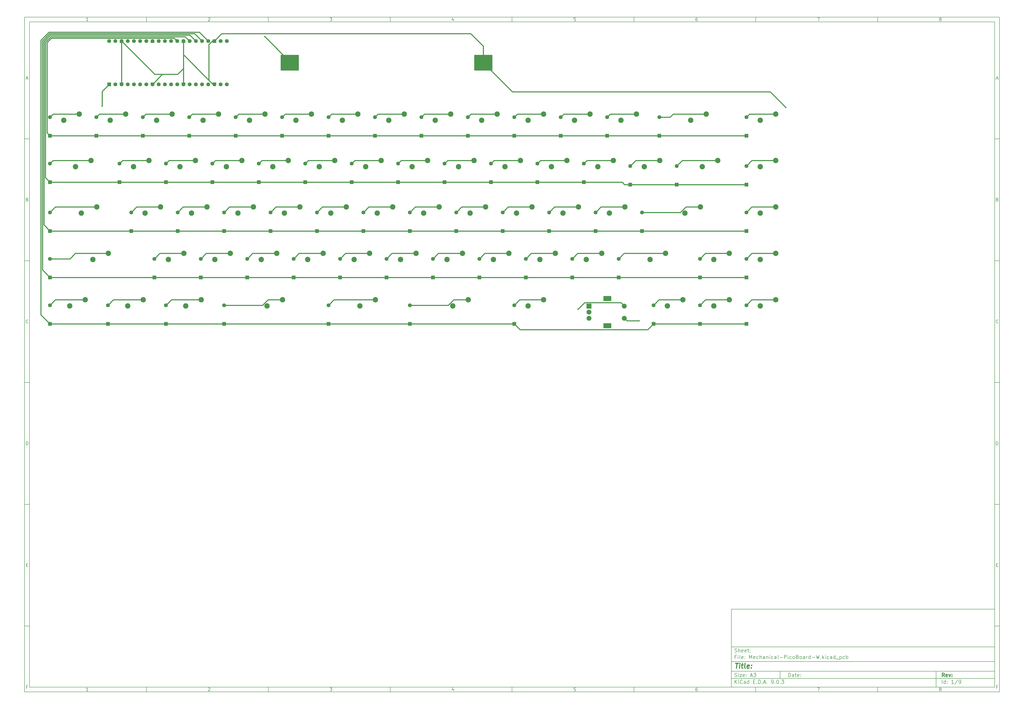
<source format=gtl>
%TF.GenerationSoftware,KiCad,Pcbnew,9.0.3*%
%TF.CreationDate,2025-07-17T14:52:48+05:30*%
%TF.ProjectId,Mechanical-PicoBoard-W,4d656368-616e-4696-9361-6c2d5069636f,rev?*%
%TF.SameCoordinates,Original*%
%TF.FileFunction,Copper,L1,Top*%
%TF.FilePolarity,Positive*%
%FSLAX46Y46*%
G04 Gerber Fmt 4.6, Leading zero omitted, Abs format (unit mm)*
G04 Created by KiCad (PCBNEW 9.0.3) date 2025-07-17 14:52:48*
%MOMM*%
%LPD*%
G01*
G04 APERTURE LIST*
G04 Aperture macros list*
%AMRoundRect*
0 Rectangle with rounded corners*
0 $1 Rounding radius*
0 $2 $3 $4 $5 $6 $7 $8 $9 X,Y pos of 4 corners*
0 Add a 4 corners polygon primitive as box body*
4,1,4,$2,$3,$4,$5,$6,$7,$8,$9,$2,$3,0*
0 Add four circle primitives for the rounded corners*
1,1,$1+$1,$2,$3*
1,1,$1+$1,$4,$5*
1,1,$1+$1,$6,$7*
1,1,$1+$1,$8,$9*
0 Add four rect primitives between the rounded corners*
20,1,$1+$1,$2,$3,$4,$5,0*
20,1,$1+$1,$4,$5,$6,$7,0*
20,1,$1+$1,$6,$7,$8,$9,0*
20,1,$1+$1,$8,$9,$2,$3,0*%
%AMFreePoly0*
4,1,37,0.603843,0.796157,0.639018,0.796157,0.711114,0.766294,0.766294,0.711114,0.796157,0.639018,0.796157,0.603843,0.800000,0.600000,0.800000,-0.600000,0.796157,-0.603843,0.796157,-0.639018,0.766294,-0.711114,0.711114,-0.766294,0.639018,-0.796157,0.603843,-0.796157,0.600000,-0.800000,0.000000,-0.800000,0.000000,-0.796148,-0.078414,-0.796148,-0.232228,-0.765552,-0.377117,-0.705537,
-0.507515,-0.618408,-0.618408,-0.507515,-0.705537,-0.377117,-0.765552,-0.232228,-0.796148,-0.078414,-0.796148,0.078414,-0.765552,0.232228,-0.705537,0.377117,-0.618408,0.507515,-0.507515,0.618408,-0.377117,0.705537,-0.232228,0.765552,-0.078414,0.796148,0.000000,0.796148,0.000000,0.800000,0.600000,0.800000,0.603843,0.796157,0.603843,0.796157,$1*%
%AMFreePoly1*
4,1,37,0.000000,0.796148,0.078414,0.796148,0.232228,0.765552,0.377117,0.705537,0.507515,0.618408,0.618408,0.507515,0.705537,0.377117,0.765552,0.232228,0.796148,0.078414,0.796148,-0.078414,0.765552,-0.232228,0.705537,-0.377117,0.618408,-0.507515,0.507515,-0.618408,0.377117,-0.705537,0.232228,-0.765552,0.078414,-0.796148,0.000000,-0.796148,0.000000,-0.800000,-0.600000,-0.800000,
-0.603843,-0.796157,-0.639018,-0.796157,-0.711114,-0.766294,-0.766294,-0.711114,-0.796157,-0.639018,-0.796157,-0.603843,-0.800000,-0.600000,-0.800000,0.600000,-0.796157,0.603843,-0.796157,0.639018,-0.766294,0.711114,-0.711114,0.766294,-0.639018,0.796157,-0.603843,0.796157,-0.600000,0.800000,0.000000,0.800000,0.000000,0.796148,0.000000,0.796148,$1*%
G04 Aperture macros list end*
%ADD10C,0.100000*%
%ADD11C,0.150000*%
%ADD12C,0.300000*%
%ADD13C,0.400000*%
%TA.AperFunction,ComponentPad*%
%ADD14C,1.600000*%
%TD*%
%TA.AperFunction,ComponentPad*%
%ADD15RoundRect,0.250000X0.550000X-0.550000X0.550000X0.550000X-0.550000X0.550000X-0.550000X-0.550000X0*%
%TD*%
%TA.AperFunction,SMDPad,CuDef*%
%ADD16RoundRect,0.250003X-3.499997X-2.999997X3.499997X-2.999997X3.499997X2.999997X-3.499997X2.999997X0*%
%TD*%
%TA.AperFunction,ComponentPad*%
%ADD17RoundRect,0.200000X0.600000X-0.600000X0.600000X0.600000X-0.600000X0.600000X-0.600000X-0.600000X0*%
%TD*%
%TA.AperFunction,ComponentPad*%
%ADD18FreePoly0,90.000000*%
%TD*%
%TA.AperFunction,ComponentPad*%
%ADD19FreePoly1,90.000000*%
%TD*%
%TA.AperFunction,ComponentPad*%
%ADD20C,2.200000*%
%TD*%
%TA.AperFunction,ComponentPad*%
%ADD21R,2.000000X2.000000*%
%TD*%
%TA.AperFunction,ComponentPad*%
%ADD22C,2.000000*%
%TD*%
%TA.AperFunction,ComponentPad*%
%ADD23R,3.200000X2.000000*%
%TD*%
%TA.AperFunction,ViaPad*%
%ADD24C,0.600000*%
%TD*%
%TA.AperFunction,Conductor*%
%ADD25C,0.400000*%
%TD*%
G04 APERTURE END LIST*
D10*
D11*
X299989000Y-253002200D02*
X407989000Y-253002200D01*
X407989000Y-285002200D01*
X299989000Y-285002200D01*
X299989000Y-253002200D01*
D10*
D11*
X10000000Y-10000000D02*
X409989000Y-10000000D01*
X409989000Y-287002200D01*
X10000000Y-287002200D01*
X10000000Y-10000000D01*
D10*
D11*
X12000000Y-12000000D02*
X407989000Y-12000000D01*
X407989000Y-285002200D01*
X12000000Y-285002200D01*
X12000000Y-12000000D01*
D10*
D11*
X60000000Y-12000000D02*
X60000000Y-10000000D01*
D10*
D11*
X110000000Y-12000000D02*
X110000000Y-10000000D01*
D10*
D11*
X160000000Y-12000000D02*
X160000000Y-10000000D01*
D10*
D11*
X210000000Y-12000000D02*
X210000000Y-10000000D01*
D10*
D11*
X260000000Y-12000000D02*
X260000000Y-10000000D01*
D10*
D11*
X310000000Y-12000000D02*
X310000000Y-10000000D01*
D10*
D11*
X360000000Y-12000000D02*
X360000000Y-10000000D01*
D10*
D11*
X36089160Y-11593604D02*
X35346303Y-11593604D01*
X35717731Y-11593604D02*
X35717731Y-10293604D01*
X35717731Y-10293604D02*
X35593922Y-10479319D01*
X35593922Y-10479319D02*
X35470112Y-10603128D01*
X35470112Y-10603128D02*
X35346303Y-10665033D01*
D10*
D11*
X85346303Y-10417414D02*
X85408207Y-10355509D01*
X85408207Y-10355509D02*
X85532017Y-10293604D01*
X85532017Y-10293604D02*
X85841541Y-10293604D01*
X85841541Y-10293604D02*
X85965350Y-10355509D01*
X85965350Y-10355509D02*
X86027255Y-10417414D01*
X86027255Y-10417414D02*
X86089160Y-10541223D01*
X86089160Y-10541223D02*
X86089160Y-10665033D01*
X86089160Y-10665033D02*
X86027255Y-10850747D01*
X86027255Y-10850747D02*
X85284398Y-11593604D01*
X85284398Y-11593604D02*
X86089160Y-11593604D01*
D10*
D11*
X135284398Y-10293604D02*
X136089160Y-10293604D01*
X136089160Y-10293604D02*
X135655826Y-10788842D01*
X135655826Y-10788842D02*
X135841541Y-10788842D01*
X135841541Y-10788842D02*
X135965350Y-10850747D01*
X135965350Y-10850747D02*
X136027255Y-10912652D01*
X136027255Y-10912652D02*
X136089160Y-11036461D01*
X136089160Y-11036461D02*
X136089160Y-11345985D01*
X136089160Y-11345985D02*
X136027255Y-11469795D01*
X136027255Y-11469795D02*
X135965350Y-11531700D01*
X135965350Y-11531700D02*
X135841541Y-11593604D01*
X135841541Y-11593604D02*
X135470112Y-11593604D01*
X135470112Y-11593604D02*
X135346303Y-11531700D01*
X135346303Y-11531700D02*
X135284398Y-11469795D01*
D10*
D11*
X185965350Y-10726938D02*
X185965350Y-11593604D01*
X185655826Y-10231700D02*
X185346303Y-11160271D01*
X185346303Y-11160271D02*
X186151064Y-11160271D01*
D10*
D11*
X236027255Y-10293604D02*
X235408207Y-10293604D01*
X235408207Y-10293604D02*
X235346303Y-10912652D01*
X235346303Y-10912652D02*
X235408207Y-10850747D01*
X235408207Y-10850747D02*
X235532017Y-10788842D01*
X235532017Y-10788842D02*
X235841541Y-10788842D01*
X235841541Y-10788842D02*
X235965350Y-10850747D01*
X235965350Y-10850747D02*
X236027255Y-10912652D01*
X236027255Y-10912652D02*
X236089160Y-11036461D01*
X236089160Y-11036461D02*
X236089160Y-11345985D01*
X236089160Y-11345985D02*
X236027255Y-11469795D01*
X236027255Y-11469795D02*
X235965350Y-11531700D01*
X235965350Y-11531700D02*
X235841541Y-11593604D01*
X235841541Y-11593604D02*
X235532017Y-11593604D01*
X235532017Y-11593604D02*
X235408207Y-11531700D01*
X235408207Y-11531700D02*
X235346303Y-11469795D01*
D10*
D11*
X285965350Y-10293604D02*
X285717731Y-10293604D01*
X285717731Y-10293604D02*
X285593922Y-10355509D01*
X285593922Y-10355509D02*
X285532017Y-10417414D01*
X285532017Y-10417414D02*
X285408207Y-10603128D01*
X285408207Y-10603128D02*
X285346303Y-10850747D01*
X285346303Y-10850747D02*
X285346303Y-11345985D01*
X285346303Y-11345985D02*
X285408207Y-11469795D01*
X285408207Y-11469795D02*
X285470112Y-11531700D01*
X285470112Y-11531700D02*
X285593922Y-11593604D01*
X285593922Y-11593604D02*
X285841541Y-11593604D01*
X285841541Y-11593604D02*
X285965350Y-11531700D01*
X285965350Y-11531700D02*
X286027255Y-11469795D01*
X286027255Y-11469795D02*
X286089160Y-11345985D01*
X286089160Y-11345985D02*
X286089160Y-11036461D01*
X286089160Y-11036461D02*
X286027255Y-10912652D01*
X286027255Y-10912652D02*
X285965350Y-10850747D01*
X285965350Y-10850747D02*
X285841541Y-10788842D01*
X285841541Y-10788842D02*
X285593922Y-10788842D01*
X285593922Y-10788842D02*
X285470112Y-10850747D01*
X285470112Y-10850747D02*
X285408207Y-10912652D01*
X285408207Y-10912652D02*
X285346303Y-11036461D01*
D10*
D11*
X335284398Y-10293604D02*
X336151064Y-10293604D01*
X336151064Y-10293604D02*
X335593922Y-11593604D01*
D10*
D11*
X385593922Y-10850747D02*
X385470112Y-10788842D01*
X385470112Y-10788842D02*
X385408207Y-10726938D01*
X385408207Y-10726938D02*
X385346303Y-10603128D01*
X385346303Y-10603128D02*
X385346303Y-10541223D01*
X385346303Y-10541223D02*
X385408207Y-10417414D01*
X385408207Y-10417414D02*
X385470112Y-10355509D01*
X385470112Y-10355509D02*
X385593922Y-10293604D01*
X385593922Y-10293604D02*
X385841541Y-10293604D01*
X385841541Y-10293604D02*
X385965350Y-10355509D01*
X385965350Y-10355509D02*
X386027255Y-10417414D01*
X386027255Y-10417414D02*
X386089160Y-10541223D01*
X386089160Y-10541223D02*
X386089160Y-10603128D01*
X386089160Y-10603128D02*
X386027255Y-10726938D01*
X386027255Y-10726938D02*
X385965350Y-10788842D01*
X385965350Y-10788842D02*
X385841541Y-10850747D01*
X385841541Y-10850747D02*
X385593922Y-10850747D01*
X385593922Y-10850747D02*
X385470112Y-10912652D01*
X385470112Y-10912652D02*
X385408207Y-10974557D01*
X385408207Y-10974557D02*
X385346303Y-11098366D01*
X385346303Y-11098366D02*
X385346303Y-11345985D01*
X385346303Y-11345985D02*
X385408207Y-11469795D01*
X385408207Y-11469795D02*
X385470112Y-11531700D01*
X385470112Y-11531700D02*
X385593922Y-11593604D01*
X385593922Y-11593604D02*
X385841541Y-11593604D01*
X385841541Y-11593604D02*
X385965350Y-11531700D01*
X385965350Y-11531700D02*
X386027255Y-11469795D01*
X386027255Y-11469795D02*
X386089160Y-11345985D01*
X386089160Y-11345985D02*
X386089160Y-11098366D01*
X386089160Y-11098366D02*
X386027255Y-10974557D01*
X386027255Y-10974557D02*
X385965350Y-10912652D01*
X385965350Y-10912652D02*
X385841541Y-10850747D01*
D10*
D11*
X60000000Y-285002200D02*
X60000000Y-287002200D01*
D10*
D11*
X110000000Y-285002200D02*
X110000000Y-287002200D01*
D10*
D11*
X160000000Y-285002200D02*
X160000000Y-287002200D01*
D10*
D11*
X210000000Y-285002200D02*
X210000000Y-287002200D01*
D10*
D11*
X260000000Y-285002200D02*
X260000000Y-287002200D01*
D10*
D11*
X310000000Y-285002200D02*
X310000000Y-287002200D01*
D10*
D11*
X360000000Y-285002200D02*
X360000000Y-287002200D01*
D10*
D11*
X36089160Y-286595804D02*
X35346303Y-286595804D01*
X35717731Y-286595804D02*
X35717731Y-285295804D01*
X35717731Y-285295804D02*
X35593922Y-285481519D01*
X35593922Y-285481519D02*
X35470112Y-285605328D01*
X35470112Y-285605328D02*
X35346303Y-285667233D01*
D10*
D11*
X85346303Y-285419614D02*
X85408207Y-285357709D01*
X85408207Y-285357709D02*
X85532017Y-285295804D01*
X85532017Y-285295804D02*
X85841541Y-285295804D01*
X85841541Y-285295804D02*
X85965350Y-285357709D01*
X85965350Y-285357709D02*
X86027255Y-285419614D01*
X86027255Y-285419614D02*
X86089160Y-285543423D01*
X86089160Y-285543423D02*
X86089160Y-285667233D01*
X86089160Y-285667233D02*
X86027255Y-285852947D01*
X86027255Y-285852947D02*
X85284398Y-286595804D01*
X85284398Y-286595804D02*
X86089160Y-286595804D01*
D10*
D11*
X135284398Y-285295804D02*
X136089160Y-285295804D01*
X136089160Y-285295804D02*
X135655826Y-285791042D01*
X135655826Y-285791042D02*
X135841541Y-285791042D01*
X135841541Y-285791042D02*
X135965350Y-285852947D01*
X135965350Y-285852947D02*
X136027255Y-285914852D01*
X136027255Y-285914852D02*
X136089160Y-286038661D01*
X136089160Y-286038661D02*
X136089160Y-286348185D01*
X136089160Y-286348185D02*
X136027255Y-286471995D01*
X136027255Y-286471995D02*
X135965350Y-286533900D01*
X135965350Y-286533900D02*
X135841541Y-286595804D01*
X135841541Y-286595804D02*
X135470112Y-286595804D01*
X135470112Y-286595804D02*
X135346303Y-286533900D01*
X135346303Y-286533900D02*
X135284398Y-286471995D01*
D10*
D11*
X185965350Y-285729138D02*
X185965350Y-286595804D01*
X185655826Y-285233900D02*
X185346303Y-286162471D01*
X185346303Y-286162471D02*
X186151064Y-286162471D01*
D10*
D11*
X236027255Y-285295804D02*
X235408207Y-285295804D01*
X235408207Y-285295804D02*
X235346303Y-285914852D01*
X235346303Y-285914852D02*
X235408207Y-285852947D01*
X235408207Y-285852947D02*
X235532017Y-285791042D01*
X235532017Y-285791042D02*
X235841541Y-285791042D01*
X235841541Y-285791042D02*
X235965350Y-285852947D01*
X235965350Y-285852947D02*
X236027255Y-285914852D01*
X236027255Y-285914852D02*
X236089160Y-286038661D01*
X236089160Y-286038661D02*
X236089160Y-286348185D01*
X236089160Y-286348185D02*
X236027255Y-286471995D01*
X236027255Y-286471995D02*
X235965350Y-286533900D01*
X235965350Y-286533900D02*
X235841541Y-286595804D01*
X235841541Y-286595804D02*
X235532017Y-286595804D01*
X235532017Y-286595804D02*
X235408207Y-286533900D01*
X235408207Y-286533900D02*
X235346303Y-286471995D01*
D10*
D11*
X285965350Y-285295804D02*
X285717731Y-285295804D01*
X285717731Y-285295804D02*
X285593922Y-285357709D01*
X285593922Y-285357709D02*
X285532017Y-285419614D01*
X285532017Y-285419614D02*
X285408207Y-285605328D01*
X285408207Y-285605328D02*
X285346303Y-285852947D01*
X285346303Y-285852947D02*
X285346303Y-286348185D01*
X285346303Y-286348185D02*
X285408207Y-286471995D01*
X285408207Y-286471995D02*
X285470112Y-286533900D01*
X285470112Y-286533900D02*
X285593922Y-286595804D01*
X285593922Y-286595804D02*
X285841541Y-286595804D01*
X285841541Y-286595804D02*
X285965350Y-286533900D01*
X285965350Y-286533900D02*
X286027255Y-286471995D01*
X286027255Y-286471995D02*
X286089160Y-286348185D01*
X286089160Y-286348185D02*
X286089160Y-286038661D01*
X286089160Y-286038661D02*
X286027255Y-285914852D01*
X286027255Y-285914852D02*
X285965350Y-285852947D01*
X285965350Y-285852947D02*
X285841541Y-285791042D01*
X285841541Y-285791042D02*
X285593922Y-285791042D01*
X285593922Y-285791042D02*
X285470112Y-285852947D01*
X285470112Y-285852947D02*
X285408207Y-285914852D01*
X285408207Y-285914852D02*
X285346303Y-286038661D01*
D10*
D11*
X335284398Y-285295804D02*
X336151064Y-285295804D01*
X336151064Y-285295804D02*
X335593922Y-286595804D01*
D10*
D11*
X385593922Y-285852947D02*
X385470112Y-285791042D01*
X385470112Y-285791042D02*
X385408207Y-285729138D01*
X385408207Y-285729138D02*
X385346303Y-285605328D01*
X385346303Y-285605328D02*
X385346303Y-285543423D01*
X385346303Y-285543423D02*
X385408207Y-285419614D01*
X385408207Y-285419614D02*
X385470112Y-285357709D01*
X385470112Y-285357709D02*
X385593922Y-285295804D01*
X385593922Y-285295804D02*
X385841541Y-285295804D01*
X385841541Y-285295804D02*
X385965350Y-285357709D01*
X385965350Y-285357709D02*
X386027255Y-285419614D01*
X386027255Y-285419614D02*
X386089160Y-285543423D01*
X386089160Y-285543423D02*
X386089160Y-285605328D01*
X386089160Y-285605328D02*
X386027255Y-285729138D01*
X386027255Y-285729138D02*
X385965350Y-285791042D01*
X385965350Y-285791042D02*
X385841541Y-285852947D01*
X385841541Y-285852947D02*
X385593922Y-285852947D01*
X385593922Y-285852947D02*
X385470112Y-285914852D01*
X385470112Y-285914852D02*
X385408207Y-285976757D01*
X385408207Y-285976757D02*
X385346303Y-286100566D01*
X385346303Y-286100566D02*
X385346303Y-286348185D01*
X385346303Y-286348185D02*
X385408207Y-286471995D01*
X385408207Y-286471995D02*
X385470112Y-286533900D01*
X385470112Y-286533900D02*
X385593922Y-286595804D01*
X385593922Y-286595804D02*
X385841541Y-286595804D01*
X385841541Y-286595804D02*
X385965350Y-286533900D01*
X385965350Y-286533900D02*
X386027255Y-286471995D01*
X386027255Y-286471995D02*
X386089160Y-286348185D01*
X386089160Y-286348185D02*
X386089160Y-286100566D01*
X386089160Y-286100566D02*
X386027255Y-285976757D01*
X386027255Y-285976757D02*
X385965350Y-285914852D01*
X385965350Y-285914852D02*
X385841541Y-285852947D01*
D10*
D11*
X10000000Y-60000000D02*
X12000000Y-60000000D01*
D10*
D11*
X10000000Y-110000000D02*
X12000000Y-110000000D01*
D10*
D11*
X10000000Y-160000000D02*
X12000000Y-160000000D01*
D10*
D11*
X10000000Y-210000000D02*
X12000000Y-210000000D01*
D10*
D11*
X10000000Y-260000000D02*
X12000000Y-260000000D01*
D10*
D11*
X10690476Y-35222176D02*
X11309523Y-35222176D01*
X10566666Y-35593604D02*
X10999999Y-34293604D01*
X10999999Y-34293604D02*
X11433333Y-35593604D01*
D10*
D11*
X11092857Y-84912652D02*
X11278571Y-84974557D01*
X11278571Y-84974557D02*
X11340476Y-85036461D01*
X11340476Y-85036461D02*
X11402380Y-85160271D01*
X11402380Y-85160271D02*
X11402380Y-85345985D01*
X11402380Y-85345985D02*
X11340476Y-85469795D01*
X11340476Y-85469795D02*
X11278571Y-85531700D01*
X11278571Y-85531700D02*
X11154761Y-85593604D01*
X11154761Y-85593604D02*
X10659523Y-85593604D01*
X10659523Y-85593604D02*
X10659523Y-84293604D01*
X10659523Y-84293604D02*
X11092857Y-84293604D01*
X11092857Y-84293604D02*
X11216666Y-84355509D01*
X11216666Y-84355509D02*
X11278571Y-84417414D01*
X11278571Y-84417414D02*
X11340476Y-84541223D01*
X11340476Y-84541223D02*
X11340476Y-84665033D01*
X11340476Y-84665033D02*
X11278571Y-84788842D01*
X11278571Y-84788842D02*
X11216666Y-84850747D01*
X11216666Y-84850747D02*
X11092857Y-84912652D01*
X11092857Y-84912652D02*
X10659523Y-84912652D01*
D10*
D11*
X11402380Y-135469795D02*
X11340476Y-135531700D01*
X11340476Y-135531700D02*
X11154761Y-135593604D01*
X11154761Y-135593604D02*
X11030952Y-135593604D01*
X11030952Y-135593604D02*
X10845238Y-135531700D01*
X10845238Y-135531700D02*
X10721428Y-135407890D01*
X10721428Y-135407890D02*
X10659523Y-135284080D01*
X10659523Y-135284080D02*
X10597619Y-135036461D01*
X10597619Y-135036461D02*
X10597619Y-134850747D01*
X10597619Y-134850747D02*
X10659523Y-134603128D01*
X10659523Y-134603128D02*
X10721428Y-134479319D01*
X10721428Y-134479319D02*
X10845238Y-134355509D01*
X10845238Y-134355509D02*
X11030952Y-134293604D01*
X11030952Y-134293604D02*
X11154761Y-134293604D01*
X11154761Y-134293604D02*
X11340476Y-134355509D01*
X11340476Y-134355509D02*
X11402380Y-134417414D01*
D10*
D11*
X10659523Y-185593604D02*
X10659523Y-184293604D01*
X10659523Y-184293604D02*
X10969047Y-184293604D01*
X10969047Y-184293604D02*
X11154761Y-184355509D01*
X11154761Y-184355509D02*
X11278571Y-184479319D01*
X11278571Y-184479319D02*
X11340476Y-184603128D01*
X11340476Y-184603128D02*
X11402380Y-184850747D01*
X11402380Y-184850747D02*
X11402380Y-185036461D01*
X11402380Y-185036461D02*
X11340476Y-185284080D01*
X11340476Y-185284080D02*
X11278571Y-185407890D01*
X11278571Y-185407890D02*
X11154761Y-185531700D01*
X11154761Y-185531700D02*
X10969047Y-185593604D01*
X10969047Y-185593604D02*
X10659523Y-185593604D01*
D10*
D11*
X10721428Y-234912652D02*
X11154762Y-234912652D01*
X11340476Y-235593604D02*
X10721428Y-235593604D01*
X10721428Y-235593604D02*
X10721428Y-234293604D01*
X10721428Y-234293604D02*
X11340476Y-234293604D01*
D10*
D11*
X11185714Y-284912652D02*
X10752380Y-284912652D01*
X10752380Y-285593604D02*
X10752380Y-284293604D01*
X10752380Y-284293604D02*
X11371428Y-284293604D01*
D10*
D11*
X409989000Y-60000000D02*
X407989000Y-60000000D01*
D10*
D11*
X409989000Y-110000000D02*
X407989000Y-110000000D01*
D10*
D11*
X409989000Y-160000000D02*
X407989000Y-160000000D01*
D10*
D11*
X409989000Y-210000000D02*
X407989000Y-210000000D01*
D10*
D11*
X409989000Y-260000000D02*
X407989000Y-260000000D01*
D10*
D11*
X408679476Y-35222176D02*
X409298523Y-35222176D01*
X408555666Y-35593604D02*
X408988999Y-34293604D01*
X408988999Y-34293604D02*
X409422333Y-35593604D01*
D10*
D11*
X409081857Y-84912652D02*
X409267571Y-84974557D01*
X409267571Y-84974557D02*
X409329476Y-85036461D01*
X409329476Y-85036461D02*
X409391380Y-85160271D01*
X409391380Y-85160271D02*
X409391380Y-85345985D01*
X409391380Y-85345985D02*
X409329476Y-85469795D01*
X409329476Y-85469795D02*
X409267571Y-85531700D01*
X409267571Y-85531700D02*
X409143761Y-85593604D01*
X409143761Y-85593604D02*
X408648523Y-85593604D01*
X408648523Y-85593604D02*
X408648523Y-84293604D01*
X408648523Y-84293604D02*
X409081857Y-84293604D01*
X409081857Y-84293604D02*
X409205666Y-84355509D01*
X409205666Y-84355509D02*
X409267571Y-84417414D01*
X409267571Y-84417414D02*
X409329476Y-84541223D01*
X409329476Y-84541223D02*
X409329476Y-84665033D01*
X409329476Y-84665033D02*
X409267571Y-84788842D01*
X409267571Y-84788842D02*
X409205666Y-84850747D01*
X409205666Y-84850747D02*
X409081857Y-84912652D01*
X409081857Y-84912652D02*
X408648523Y-84912652D01*
D10*
D11*
X409391380Y-135469795D02*
X409329476Y-135531700D01*
X409329476Y-135531700D02*
X409143761Y-135593604D01*
X409143761Y-135593604D02*
X409019952Y-135593604D01*
X409019952Y-135593604D02*
X408834238Y-135531700D01*
X408834238Y-135531700D02*
X408710428Y-135407890D01*
X408710428Y-135407890D02*
X408648523Y-135284080D01*
X408648523Y-135284080D02*
X408586619Y-135036461D01*
X408586619Y-135036461D02*
X408586619Y-134850747D01*
X408586619Y-134850747D02*
X408648523Y-134603128D01*
X408648523Y-134603128D02*
X408710428Y-134479319D01*
X408710428Y-134479319D02*
X408834238Y-134355509D01*
X408834238Y-134355509D02*
X409019952Y-134293604D01*
X409019952Y-134293604D02*
X409143761Y-134293604D01*
X409143761Y-134293604D02*
X409329476Y-134355509D01*
X409329476Y-134355509D02*
X409391380Y-134417414D01*
D10*
D11*
X408648523Y-185593604D02*
X408648523Y-184293604D01*
X408648523Y-184293604D02*
X408958047Y-184293604D01*
X408958047Y-184293604D02*
X409143761Y-184355509D01*
X409143761Y-184355509D02*
X409267571Y-184479319D01*
X409267571Y-184479319D02*
X409329476Y-184603128D01*
X409329476Y-184603128D02*
X409391380Y-184850747D01*
X409391380Y-184850747D02*
X409391380Y-185036461D01*
X409391380Y-185036461D02*
X409329476Y-185284080D01*
X409329476Y-185284080D02*
X409267571Y-185407890D01*
X409267571Y-185407890D02*
X409143761Y-185531700D01*
X409143761Y-185531700D02*
X408958047Y-185593604D01*
X408958047Y-185593604D02*
X408648523Y-185593604D01*
D10*
D11*
X408710428Y-234912652D02*
X409143762Y-234912652D01*
X409329476Y-235593604D02*
X408710428Y-235593604D01*
X408710428Y-235593604D02*
X408710428Y-234293604D01*
X408710428Y-234293604D02*
X409329476Y-234293604D01*
D10*
D11*
X409174714Y-284912652D02*
X408741380Y-284912652D01*
X408741380Y-285593604D02*
X408741380Y-284293604D01*
X408741380Y-284293604D02*
X409360428Y-284293604D01*
D10*
D11*
X323444826Y-280788328D02*
X323444826Y-279288328D01*
X323444826Y-279288328D02*
X323801969Y-279288328D01*
X323801969Y-279288328D02*
X324016255Y-279359757D01*
X324016255Y-279359757D02*
X324159112Y-279502614D01*
X324159112Y-279502614D02*
X324230541Y-279645471D01*
X324230541Y-279645471D02*
X324301969Y-279931185D01*
X324301969Y-279931185D02*
X324301969Y-280145471D01*
X324301969Y-280145471D02*
X324230541Y-280431185D01*
X324230541Y-280431185D02*
X324159112Y-280574042D01*
X324159112Y-280574042D02*
X324016255Y-280716900D01*
X324016255Y-280716900D02*
X323801969Y-280788328D01*
X323801969Y-280788328D02*
X323444826Y-280788328D01*
X325587684Y-280788328D02*
X325587684Y-280002614D01*
X325587684Y-280002614D02*
X325516255Y-279859757D01*
X325516255Y-279859757D02*
X325373398Y-279788328D01*
X325373398Y-279788328D02*
X325087684Y-279788328D01*
X325087684Y-279788328D02*
X324944826Y-279859757D01*
X325587684Y-280716900D02*
X325444826Y-280788328D01*
X325444826Y-280788328D02*
X325087684Y-280788328D01*
X325087684Y-280788328D02*
X324944826Y-280716900D01*
X324944826Y-280716900D02*
X324873398Y-280574042D01*
X324873398Y-280574042D02*
X324873398Y-280431185D01*
X324873398Y-280431185D02*
X324944826Y-280288328D01*
X324944826Y-280288328D02*
X325087684Y-280216900D01*
X325087684Y-280216900D02*
X325444826Y-280216900D01*
X325444826Y-280216900D02*
X325587684Y-280145471D01*
X326087684Y-279788328D02*
X326659112Y-279788328D01*
X326301969Y-279288328D02*
X326301969Y-280574042D01*
X326301969Y-280574042D02*
X326373398Y-280716900D01*
X326373398Y-280716900D02*
X326516255Y-280788328D01*
X326516255Y-280788328D02*
X326659112Y-280788328D01*
X327730541Y-280716900D02*
X327587684Y-280788328D01*
X327587684Y-280788328D02*
X327301970Y-280788328D01*
X327301970Y-280788328D02*
X327159112Y-280716900D01*
X327159112Y-280716900D02*
X327087684Y-280574042D01*
X327087684Y-280574042D02*
X327087684Y-280002614D01*
X327087684Y-280002614D02*
X327159112Y-279859757D01*
X327159112Y-279859757D02*
X327301970Y-279788328D01*
X327301970Y-279788328D02*
X327587684Y-279788328D01*
X327587684Y-279788328D02*
X327730541Y-279859757D01*
X327730541Y-279859757D02*
X327801970Y-280002614D01*
X327801970Y-280002614D02*
X327801970Y-280145471D01*
X327801970Y-280145471D02*
X327087684Y-280288328D01*
X328444826Y-280645471D02*
X328516255Y-280716900D01*
X328516255Y-280716900D02*
X328444826Y-280788328D01*
X328444826Y-280788328D02*
X328373398Y-280716900D01*
X328373398Y-280716900D02*
X328444826Y-280645471D01*
X328444826Y-280645471D02*
X328444826Y-280788328D01*
X328444826Y-279859757D02*
X328516255Y-279931185D01*
X328516255Y-279931185D02*
X328444826Y-280002614D01*
X328444826Y-280002614D02*
X328373398Y-279931185D01*
X328373398Y-279931185D02*
X328444826Y-279859757D01*
X328444826Y-279859757D02*
X328444826Y-280002614D01*
D10*
D11*
X299989000Y-281502200D02*
X407989000Y-281502200D01*
D10*
D11*
X301444826Y-283588328D02*
X301444826Y-282088328D01*
X302301969Y-283588328D02*
X301659112Y-282731185D01*
X302301969Y-282088328D02*
X301444826Y-282945471D01*
X302944826Y-283588328D02*
X302944826Y-282588328D01*
X302944826Y-282088328D02*
X302873398Y-282159757D01*
X302873398Y-282159757D02*
X302944826Y-282231185D01*
X302944826Y-282231185D02*
X303016255Y-282159757D01*
X303016255Y-282159757D02*
X302944826Y-282088328D01*
X302944826Y-282088328D02*
X302944826Y-282231185D01*
X304516255Y-283445471D02*
X304444827Y-283516900D01*
X304444827Y-283516900D02*
X304230541Y-283588328D01*
X304230541Y-283588328D02*
X304087684Y-283588328D01*
X304087684Y-283588328D02*
X303873398Y-283516900D01*
X303873398Y-283516900D02*
X303730541Y-283374042D01*
X303730541Y-283374042D02*
X303659112Y-283231185D01*
X303659112Y-283231185D02*
X303587684Y-282945471D01*
X303587684Y-282945471D02*
X303587684Y-282731185D01*
X303587684Y-282731185D02*
X303659112Y-282445471D01*
X303659112Y-282445471D02*
X303730541Y-282302614D01*
X303730541Y-282302614D02*
X303873398Y-282159757D01*
X303873398Y-282159757D02*
X304087684Y-282088328D01*
X304087684Y-282088328D02*
X304230541Y-282088328D01*
X304230541Y-282088328D02*
X304444827Y-282159757D01*
X304444827Y-282159757D02*
X304516255Y-282231185D01*
X305801970Y-283588328D02*
X305801970Y-282802614D01*
X305801970Y-282802614D02*
X305730541Y-282659757D01*
X305730541Y-282659757D02*
X305587684Y-282588328D01*
X305587684Y-282588328D02*
X305301970Y-282588328D01*
X305301970Y-282588328D02*
X305159112Y-282659757D01*
X305801970Y-283516900D02*
X305659112Y-283588328D01*
X305659112Y-283588328D02*
X305301970Y-283588328D01*
X305301970Y-283588328D02*
X305159112Y-283516900D01*
X305159112Y-283516900D02*
X305087684Y-283374042D01*
X305087684Y-283374042D02*
X305087684Y-283231185D01*
X305087684Y-283231185D02*
X305159112Y-283088328D01*
X305159112Y-283088328D02*
X305301970Y-283016900D01*
X305301970Y-283016900D02*
X305659112Y-283016900D01*
X305659112Y-283016900D02*
X305801970Y-282945471D01*
X307159113Y-283588328D02*
X307159113Y-282088328D01*
X307159113Y-283516900D02*
X307016255Y-283588328D01*
X307016255Y-283588328D02*
X306730541Y-283588328D01*
X306730541Y-283588328D02*
X306587684Y-283516900D01*
X306587684Y-283516900D02*
X306516255Y-283445471D01*
X306516255Y-283445471D02*
X306444827Y-283302614D01*
X306444827Y-283302614D02*
X306444827Y-282874042D01*
X306444827Y-282874042D02*
X306516255Y-282731185D01*
X306516255Y-282731185D02*
X306587684Y-282659757D01*
X306587684Y-282659757D02*
X306730541Y-282588328D01*
X306730541Y-282588328D02*
X307016255Y-282588328D01*
X307016255Y-282588328D02*
X307159113Y-282659757D01*
X309016255Y-282802614D02*
X309516255Y-282802614D01*
X309730541Y-283588328D02*
X309016255Y-283588328D01*
X309016255Y-283588328D02*
X309016255Y-282088328D01*
X309016255Y-282088328D02*
X309730541Y-282088328D01*
X310373398Y-283445471D02*
X310444827Y-283516900D01*
X310444827Y-283516900D02*
X310373398Y-283588328D01*
X310373398Y-283588328D02*
X310301970Y-283516900D01*
X310301970Y-283516900D02*
X310373398Y-283445471D01*
X310373398Y-283445471D02*
X310373398Y-283588328D01*
X311087684Y-283588328D02*
X311087684Y-282088328D01*
X311087684Y-282088328D02*
X311444827Y-282088328D01*
X311444827Y-282088328D02*
X311659113Y-282159757D01*
X311659113Y-282159757D02*
X311801970Y-282302614D01*
X311801970Y-282302614D02*
X311873399Y-282445471D01*
X311873399Y-282445471D02*
X311944827Y-282731185D01*
X311944827Y-282731185D02*
X311944827Y-282945471D01*
X311944827Y-282945471D02*
X311873399Y-283231185D01*
X311873399Y-283231185D02*
X311801970Y-283374042D01*
X311801970Y-283374042D02*
X311659113Y-283516900D01*
X311659113Y-283516900D02*
X311444827Y-283588328D01*
X311444827Y-283588328D02*
X311087684Y-283588328D01*
X312587684Y-283445471D02*
X312659113Y-283516900D01*
X312659113Y-283516900D02*
X312587684Y-283588328D01*
X312587684Y-283588328D02*
X312516256Y-283516900D01*
X312516256Y-283516900D02*
X312587684Y-283445471D01*
X312587684Y-283445471D02*
X312587684Y-283588328D01*
X313230542Y-283159757D02*
X313944828Y-283159757D01*
X313087685Y-283588328D02*
X313587685Y-282088328D01*
X313587685Y-282088328D02*
X314087685Y-283588328D01*
X314587684Y-283445471D02*
X314659113Y-283516900D01*
X314659113Y-283516900D02*
X314587684Y-283588328D01*
X314587684Y-283588328D02*
X314516256Y-283516900D01*
X314516256Y-283516900D02*
X314587684Y-283445471D01*
X314587684Y-283445471D02*
X314587684Y-283588328D01*
X316516256Y-283588328D02*
X316801970Y-283588328D01*
X316801970Y-283588328D02*
X316944827Y-283516900D01*
X316944827Y-283516900D02*
X317016256Y-283445471D01*
X317016256Y-283445471D02*
X317159113Y-283231185D01*
X317159113Y-283231185D02*
X317230542Y-282945471D01*
X317230542Y-282945471D02*
X317230542Y-282374042D01*
X317230542Y-282374042D02*
X317159113Y-282231185D01*
X317159113Y-282231185D02*
X317087685Y-282159757D01*
X317087685Y-282159757D02*
X316944827Y-282088328D01*
X316944827Y-282088328D02*
X316659113Y-282088328D01*
X316659113Y-282088328D02*
X316516256Y-282159757D01*
X316516256Y-282159757D02*
X316444827Y-282231185D01*
X316444827Y-282231185D02*
X316373399Y-282374042D01*
X316373399Y-282374042D02*
X316373399Y-282731185D01*
X316373399Y-282731185D02*
X316444827Y-282874042D01*
X316444827Y-282874042D02*
X316516256Y-282945471D01*
X316516256Y-282945471D02*
X316659113Y-283016900D01*
X316659113Y-283016900D02*
X316944827Y-283016900D01*
X316944827Y-283016900D02*
X317087685Y-282945471D01*
X317087685Y-282945471D02*
X317159113Y-282874042D01*
X317159113Y-282874042D02*
X317230542Y-282731185D01*
X317873398Y-283445471D02*
X317944827Y-283516900D01*
X317944827Y-283516900D02*
X317873398Y-283588328D01*
X317873398Y-283588328D02*
X317801970Y-283516900D01*
X317801970Y-283516900D02*
X317873398Y-283445471D01*
X317873398Y-283445471D02*
X317873398Y-283588328D01*
X318873399Y-282088328D02*
X319016256Y-282088328D01*
X319016256Y-282088328D02*
X319159113Y-282159757D01*
X319159113Y-282159757D02*
X319230542Y-282231185D01*
X319230542Y-282231185D02*
X319301970Y-282374042D01*
X319301970Y-282374042D02*
X319373399Y-282659757D01*
X319373399Y-282659757D02*
X319373399Y-283016900D01*
X319373399Y-283016900D02*
X319301970Y-283302614D01*
X319301970Y-283302614D02*
X319230542Y-283445471D01*
X319230542Y-283445471D02*
X319159113Y-283516900D01*
X319159113Y-283516900D02*
X319016256Y-283588328D01*
X319016256Y-283588328D02*
X318873399Y-283588328D01*
X318873399Y-283588328D02*
X318730542Y-283516900D01*
X318730542Y-283516900D02*
X318659113Y-283445471D01*
X318659113Y-283445471D02*
X318587684Y-283302614D01*
X318587684Y-283302614D02*
X318516256Y-283016900D01*
X318516256Y-283016900D02*
X318516256Y-282659757D01*
X318516256Y-282659757D02*
X318587684Y-282374042D01*
X318587684Y-282374042D02*
X318659113Y-282231185D01*
X318659113Y-282231185D02*
X318730542Y-282159757D01*
X318730542Y-282159757D02*
X318873399Y-282088328D01*
X320016255Y-283445471D02*
X320087684Y-283516900D01*
X320087684Y-283516900D02*
X320016255Y-283588328D01*
X320016255Y-283588328D02*
X319944827Y-283516900D01*
X319944827Y-283516900D02*
X320016255Y-283445471D01*
X320016255Y-283445471D02*
X320016255Y-283588328D01*
X320587684Y-282088328D02*
X321516256Y-282088328D01*
X321516256Y-282088328D02*
X321016256Y-282659757D01*
X321016256Y-282659757D02*
X321230541Y-282659757D01*
X321230541Y-282659757D02*
X321373399Y-282731185D01*
X321373399Y-282731185D02*
X321444827Y-282802614D01*
X321444827Y-282802614D02*
X321516256Y-282945471D01*
X321516256Y-282945471D02*
X321516256Y-283302614D01*
X321516256Y-283302614D02*
X321444827Y-283445471D01*
X321444827Y-283445471D02*
X321373399Y-283516900D01*
X321373399Y-283516900D02*
X321230541Y-283588328D01*
X321230541Y-283588328D02*
X320801970Y-283588328D01*
X320801970Y-283588328D02*
X320659113Y-283516900D01*
X320659113Y-283516900D02*
X320587684Y-283445471D01*
D10*
D11*
X299989000Y-278502200D02*
X407989000Y-278502200D01*
D10*
D12*
X387400653Y-280780528D02*
X386900653Y-280066242D01*
X386543510Y-280780528D02*
X386543510Y-279280528D01*
X386543510Y-279280528D02*
X387114939Y-279280528D01*
X387114939Y-279280528D02*
X387257796Y-279351957D01*
X387257796Y-279351957D02*
X387329225Y-279423385D01*
X387329225Y-279423385D02*
X387400653Y-279566242D01*
X387400653Y-279566242D02*
X387400653Y-279780528D01*
X387400653Y-279780528D02*
X387329225Y-279923385D01*
X387329225Y-279923385D02*
X387257796Y-279994814D01*
X387257796Y-279994814D02*
X387114939Y-280066242D01*
X387114939Y-280066242D02*
X386543510Y-280066242D01*
X388614939Y-280709100D02*
X388472082Y-280780528D01*
X388472082Y-280780528D02*
X388186368Y-280780528D01*
X388186368Y-280780528D02*
X388043510Y-280709100D01*
X388043510Y-280709100D02*
X387972082Y-280566242D01*
X387972082Y-280566242D02*
X387972082Y-279994814D01*
X387972082Y-279994814D02*
X388043510Y-279851957D01*
X388043510Y-279851957D02*
X388186368Y-279780528D01*
X388186368Y-279780528D02*
X388472082Y-279780528D01*
X388472082Y-279780528D02*
X388614939Y-279851957D01*
X388614939Y-279851957D02*
X388686368Y-279994814D01*
X388686368Y-279994814D02*
X388686368Y-280137671D01*
X388686368Y-280137671D02*
X387972082Y-280280528D01*
X389186367Y-279780528D02*
X389543510Y-280780528D01*
X389543510Y-280780528D02*
X389900653Y-279780528D01*
X390472081Y-280637671D02*
X390543510Y-280709100D01*
X390543510Y-280709100D02*
X390472081Y-280780528D01*
X390472081Y-280780528D02*
X390400653Y-280709100D01*
X390400653Y-280709100D02*
X390472081Y-280637671D01*
X390472081Y-280637671D02*
X390472081Y-280780528D01*
X390472081Y-279851957D02*
X390543510Y-279923385D01*
X390543510Y-279923385D02*
X390472081Y-279994814D01*
X390472081Y-279994814D02*
X390400653Y-279923385D01*
X390400653Y-279923385D02*
X390472081Y-279851957D01*
X390472081Y-279851957D02*
X390472081Y-279994814D01*
D10*
D11*
X301373398Y-280716900D02*
X301587684Y-280788328D01*
X301587684Y-280788328D02*
X301944826Y-280788328D01*
X301944826Y-280788328D02*
X302087684Y-280716900D01*
X302087684Y-280716900D02*
X302159112Y-280645471D01*
X302159112Y-280645471D02*
X302230541Y-280502614D01*
X302230541Y-280502614D02*
X302230541Y-280359757D01*
X302230541Y-280359757D02*
X302159112Y-280216900D01*
X302159112Y-280216900D02*
X302087684Y-280145471D01*
X302087684Y-280145471D02*
X301944826Y-280074042D01*
X301944826Y-280074042D02*
X301659112Y-280002614D01*
X301659112Y-280002614D02*
X301516255Y-279931185D01*
X301516255Y-279931185D02*
X301444826Y-279859757D01*
X301444826Y-279859757D02*
X301373398Y-279716900D01*
X301373398Y-279716900D02*
X301373398Y-279574042D01*
X301373398Y-279574042D02*
X301444826Y-279431185D01*
X301444826Y-279431185D02*
X301516255Y-279359757D01*
X301516255Y-279359757D02*
X301659112Y-279288328D01*
X301659112Y-279288328D02*
X302016255Y-279288328D01*
X302016255Y-279288328D02*
X302230541Y-279359757D01*
X302873397Y-280788328D02*
X302873397Y-279788328D01*
X302873397Y-279288328D02*
X302801969Y-279359757D01*
X302801969Y-279359757D02*
X302873397Y-279431185D01*
X302873397Y-279431185D02*
X302944826Y-279359757D01*
X302944826Y-279359757D02*
X302873397Y-279288328D01*
X302873397Y-279288328D02*
X302873397Y-279431185D01*
X303444826Y-279788328D02*
X304230541Y-279788328D01*
X304230541Y-279788328D02*
X303444826Y-280788328D01*
X303444826Y-280788328D02*
X304230541Y-280788328D01*
X305373398Y-280716900D02*
X305230541Y-280788328D01*
X305230541Y-280788328D02*
X304944827Y-280788328D01*
X304944827Y-280788328D02*
X304801969Y-280716900D01*
X304801969Y-280716900D02*
X304730541Y-280574042D01*
X304730541Y-280574042D02*
X304730541Y-280002614D01*
X304730541Y-280002614D02*
X304801969Y-279859757D01*
X304801969Y-279859757D02*
X304944827Y-279788328D01*
X304944827Y-279788328D02*
X305230541Y-279788328D01*
X305230541Y-279788328D02*
X305373398Y-279859757D01*
X305373398Y-279859757D02*
X305444827Y-280002614D01*
X305444827Y-280002614D02*
X305444827Y-280145471D01*
X305444827Y-280145471D02*
X304730541Y-280288328D01*
X306087683Y-280645471D02*
X306159112Y-280716900D01*
X306159112Y-280716900D02*
X306087683Y-280788328D01*
X306087683Y-280788328D02*
X306016255Y-280716900D01*
X306016255Y-280716900D02*
X306087683Y-280645471D01*
X306087683Y-280645471D02*
X306087683Y-280788328D01*
X306087683Y-279859757D02*
X306159112Y-279931185D01*
X306159112Y-279931185D02*
X306087683Y-280002614D01*
X306087683Y-280002614D02*
X306016255Y-279931185D01*
X306016255Y-279931185D02*
X306087683Y-279859757D01*
X306087683Y-279859757D02*
X306087683Y-280002614D01*
X307873398Y-280359757D02*
X308587684Y-280359757D01*
X307730541Y-280788328D02*
X308230541Y-279288328D01*
X308230541Y-279288328D02*
X308730541Y-280788328D01*
X309087683Y-279288328D02*
X310016255Y-279288328D01*
X310016255Y-279288328D02*
X309516255Y-279859757D01*
X309516255Y-279859757D02*
X309730540Y-279859757D01*
X309730540Y-279859757D02*
X309873398Y-279931185D01*
X309873398Y-279931185D02*
X309944826Y-280002614D01*
X309944826Y-280002614D02*
X310016255Y-280145471D01*
X310016255Y-280145471D02*
X310016255Y-280502614D01*
X310016255Y-280502614D02*
X309944826Y-280645471D01*
X309944826Y-280645471D02*
X309873398Y-280716900D01*
X309873398Y-280716900D02*
X309730540Y-280788328D01*
X309730540Y-280788328D02*
X309301969Y-280788328D01*
X309301969Y-280788328D02*
X309159112Y-280716900D01*
X309159112Y-280716900D02*
X309087683Y-280645471D01*
D10*
D11*
X386444826Y-283588328D02*
X386444826Y-282088328D01*
X387801970Y-283588328D02*
X387801970Y-282088328D01*
X387801970Y-283516900D02*
X387659112Y-283588328D01*
X387659112Y-283588328D02*
X387373398Y-283588328D01*
X387373398Y-283588328D02*
X387230541Y-283516900D01*
X387230541Y-283516900D02*
X387159112Y-283445471D01*
X387159112Y-283445471D02*
X387087684Y-283302614D01*
X387087684Y-283302614D02*
X387087684Y-282874042D01*
X387087684Y-282874042D02*
X387159112Y-282731185D01*
X387159112Y-282731185D02*
X387230541Y-282659757D01*
X387230541Y-282659757D02*
X387373398Y-282588328D01*
X387373398Y-282588328D02*
X387659112Y-282588328D01*
X387659112Y-282588328D02*
X387801970Y-282659757D01*
X388516255Y-283445471D02*
X388587684Y-283516900D01*
X388587684Y-283516900D02*
X388516255Y-283588328D01*
X388516255Y-283588328D02*
X388444827Y-283516900D01*
X388444827Y-283516900D02*
X388516255Y-283445471D01*
X388516255Y-283445471D02*
X388516255Y-283588328D01*
X388516255Y-282659757D02*
X388587684Y-282731185D01*
X388587684Y-282731185D02*
X388516255Y-282802614D01*
X388516255Y-282802614D02*
X388444827Y-282731185D01*
X388444827Y-282731185D02*
X388516255Y-282659757D01*
X388516255Y-282659757D02*
X388516255Y-282802614D01*
X391159113Y-283588328D02*
X390301970Y-283588328D01*
X390730541Y-283588328D02*
X390730541Y-282088328D01*
X390730541Y-282088328D02*
X390587684Y-282302614D01*
X390587684Y-282302614D02*
X390444827Y-282445471D01*
X390444827Y-282445471D02*
X390301970Y-282516900D01*
X392873398Y-282016900D02*
X391587684Y-283945471D01*
X393444827Y-283588328D02*
X393730541Y-283588328D01*
X393730541Y-283588328D02*
X393873398Y-283516900D01*
X393873398Y-283516900D02*
X393944827Y-283445471D01*
X393944827Y-283445471D02*
X394087684Y-283231185D01*
X394087684Y-283231185D02*
X394159113Y-282945471D01*
X394159113Y-282945471D02*
X394159113Y-282374042D01*
X394159113Y-282374042D02*
X394087684Y-282231185D01*
X394087684Y-282231185D02*
X394016256Y-282159757D01*
X394016256Y-282159757D02*
X393873398Y-282088328D01*
X393873398Y-282088328D02*
X393587684Y-282088328D01*
X393587684Y-282088328D02*
X393444827Y-282159757D01*
X393444827Y-282159757D02*
X393373398Y-282231185D01*
X393373398Y-282231185D02*
X393301970Y-282374042D01*
X393301970Y-282374042D02*
X393301970Y-282731185D01*
X393301970Y-282731185D02*
X393373398Y-282874042D01*
X393373398Y-282874042D02*
X393444827Y-282945471D01*
X393444827Y-282945471D02*
X393587684Y-283016900D01*
X393587684Y-283016900D02*
X393873398Y-283016900D01*
X393873398Y-283016900D02*
X394016256Y-282945471D01*
X394016256Y-282945471D02*
X394087684Y-282874042D01*
X394087684Y-282874042D02*
X394159113Y-282731185D01*
D10*
D11*
X299989000Y-274502200D02*
X407989000Y-274502200D01*
D10*
D13*
X301680728Y-275206638D02*
X302823585Y-275206638D01*
X302002157Y-277206638D02*
X302252157Y-275206638D01*
X303240252Y-277206638D02*
X303406919Y-275873304D01*
X303490252Y-275206638D02*
X303383109Y-275301876D01*
X303383109Y-275301876D02*
X303466443Y-275397114D01*
X303466443Y-275397114D02*
X303573586Y-275301876D01*
X303573586Y-275301876D02*
X303490252Y-275206638D01*
X303490252Y-275206638D02*
X303466443Y-275397114D01*
X304073586Y-275873304D02*
X304835490Y-275873304D01*
X304442633Y-275206638D02*
X304228348Y-276920923D01*
X304228348Y-276920923D02*
X304299776Y-277111400D01*
X304299776Y-277111400D02*
X304478348Y-277206638D01*
X304478348Y-277206638D02*
X304668824Y-277206638D01*
X305621205Y-277206638D02*
X305442633Y-277111400D01*
X305442633Y-277111400D02*
X305371205Y-276920923D01*
X305371205Y-276920923D02*
X305585490Y-275206638D01*
X307156919Y-277111400D02*
X306954538Y-277206638D01*
X306954538Y-277206638D02*
X306573585Y-277206638D01*
X306573585Y-277206638D02*
X306395014Y-277111400D01*
X306395014Y-277111400D02*
X306323585Y-276920923D01*
X306323585Y-276920923D02*
X306418824Y-276159019D01*
X306418824Y-276159019D02*
X306537871Y-275968542D01*
X306537871Y-275968542D02*
X306740252Y-275873304D01*
X306740252Y-275873304D02*
X307121204Y-275873304D01*
X307121204Y-275873304D02*
X307299776Y-275968542D01*
X307299776Y-275968542D02*
X307371204Y-276159019D01*
X307371204Y-276159019D02*
X307347395Y-276349495D01*
X307347395Y-276349495D02*
X306371204Y-276539971D01*
X308121205Y-277016161D02*
X308204538Y-277111400D01*
X308204538Y-277111400D02*
X308097395Y-277206638D01*
X308097395Y-277206638D02*
X308014062Y-277111400D01*
X308014062Y-277111400D02*
X308121205Y-277016161D01*
X308121205Y-277016161D02*
X308097395Y-277206638D01*
X308252157Y-275968542D02*
X308335490Y-276063780D01*
X308335490Y-276063780D02*
X308228348Y-276159019D01*
X308228348Y-276159019D02*
X308145014Y-276063780D01*
X308145014Y-276063780D02*
X308252157Y-275968542D01*
X308252157Y-275968542D02*
X308228348Y-276159019D01*
D10*
D11*
X301944826Y-272602614D02*
X301444826Y-272602614D01*
X301444826Y-273388328D02*
X301444826Y-271888328D01*
X301444826Y-271888328D02*
X302159112Y-271888328D01*
X302730540Y-273388328D02*
X302730540Y-272388328D01*
X302730540Y-271888328D02*
X302659112Y-271959757D01*
X302659112Y-271959757D02*
X302730540Y-272031185D01*
X302730540Y-272031185D02*
X302801969Y-271959757D01*
X302801969Y-271959757D02*
X302730540Y-271888328D01*
X302730540Y-271888328D02*
X302730540Y-272031185D01*
X303659112Y-273388328D02*
X303516255Y-273316900D01*
X303516255Y-273316900D02*
X303444826Y-273174042D01*
X303444826Y-273174042D02*
X303444826Y-271888328D01*
X304801969Y-273316900D02*
X304659112Y-273388328D01*
X304659112Y-273388328D02*
X304373398Y-273388328D01*
X304373398Y-273388328D02*
X304230540Y-273316900D01*
X304230540Y-273316900D02*
X304159112Y-273174042D01*
X304159112Y-273174042D02*
X304159112Y-272602614D01*
X304159112Y-272602614D02*
X304230540Y-272459757D01*
X304230540Y-272459757D02*
X304373398Y-272388328D01*
X304373398Y-272388328D02*
X304659112Y-272388328D01*
X304659112Y-272388328D02*
X304801969Y-272459757D01*
X304801969Y-272459757D02*
X304873398Y-272602614D01*
X304873398Y-272602614D02*
X304873398Y-272745471D01*
X304873398Y-272745471D02*
X304159112Y-272888328D01*
X305516254Y-273245471D02*
X305587683Y-273316900D01*
X305587683Y-273316900D02*
X305516254Y-273388328D01*
X305516254Y-273388328D02*
X305444826Y-273316900D01*
X305444826Y-273316900D02*
X305516254Y-273245471D01*
X305516254Y-273245471D02*
X305516254Y-273388328D01*
X305516254Y-272459757D02*
X305587683Y-272531185D01*
X305587683Y-272531185D02*
X305516254Y-272602614D01*
X305516254Y-272602614D02*
X305444826Y-272531185D01*
X305444826Y-272531185D02*
X305516254Y-272459757D01*
X305516254Y-272459757D02*
X305516254Y-272602614D01*
X307373397Y-273388328D02*
X307373397Y-271888328D01*
X307373397Y-271888328D02*
X307873397Y-272959757D01*
X307873397Y-272959757D02*
X308373397Y-271888328D01*
X308373397Y-271888328D02*
X308373397Y-273388328D01*
X309659112Y-273316900D02*
X309516255Y-273388328D01*
X309516255Y-273388328D02*
X309230541Y-273388328D01*
X309230541Y-273388328D02*
X309087683Y-273316900D01*
X309087683Y-273316900D02*
X309016255Y-273174042D01*
X309016255Y-273174042D02*
X309016255Y-272602614D01*
X309016255Y-272602614D02*
X309087683Y-272459757D01*
X309087683Y-272459757D02*
X309230541Y-272388328D01*
X309230541Y-272388328D02*
X309516255Y-272388328D01*
X309516255Y-272388328D02*
X309659112Y-272459757D01*
X309659112Y-272459757D02*
X309730541Y-272602614D01*
X309730541Y-272602614D02*
X309730541Y-272745471D01*
X309730541Y-272745471D02*
X309016255Y-272888328D01*
X311016255Y-273316900D02*
X310873397Y-273388328D01*
X310873397Y-273388328D02*
X310587683Y-273388328D01*
X310587683Y-273388328D02*
X310444826Y-273316900D01*
X310444826Y-273316900D02*
X310373397Y-273245471D01*
X310373397Y-273245471D02*
X310301969Y-273102614D01*
X310301969Y-273102614D02*
X310301969Y-272674042D01*
X310301969Y-272674042D02*
X310373397Y-272531185D01*
X310373397Y-272531185D02*
X310444826Y-272459757D01*
X310444826Y-272459757D02*
X310587683Y-272388328D01*
X310587683Y-272388328D02*
X310873397Y-272388328D01*
X310873397Y-272388328D02*
X311016255Y-272459757D01*
X311659111Y-273388328D02*
X311659111Y-271888328D01*
X312301969Y-273388328D02*
X312301969Y-272602614D01*
X312301969Y-272602614D02*
X312230540Y-272459757D01*
X312230540Y-272459757D02*
X312087683Y-272388328D01*
X312087683Y-272388328D02*
X311873397Y-272388328D01*
X311873397Y-272388328D02*
X311730540Y-272459757D01*
X311730540Y-272459757D02*
X311659111Y-272531185D01*
X313659112Y-273388328D02*
X313659112Y-272602614D01*
X313659112Y-272602614D02*
X313587683Y-272459757D01*
X313587683Y-272459757D02*
X313444826Y-272388328D01*
X313444826Y-272388328D02*
X313159112Y-272388328D01*
X313159112Y-272388328D02*
X313016254Y-272459757D01*
X313659112Y-273316900D02*
X313516254Y-273388328D01*
X313516254Y-273388328D02*
X313159112Y-273388328D01*
X313159112Y-273388328D02*
X313016254Y-273316900D01*
X313016254Y-273316900D02*
X312944826Y-273174042D01*
X312944826Y-273174042D02*
X312944826Y-273031185D01*
X312944826Y-273031185D02*
X313016254Y-272888328D01*
X313016254Y-272888328D02*
X313159112Y-272816900D01*
X313159112Y-272816900D02*
X313516254Y-272816900D01*
X313516254Y-272816900D02*
X313659112Y-272745471D01*
X314373397Y-272388328D02*
X314373397Y-273388328D01*
X314373397Y-272531185D02*
X314444826Y-272459757D01*
X314444826Y-272459757D02*
X314587683Y-272388328D01*
X314587683Y-272388328D02*
X314801969Y-272388328D01*
X314801969Y-272388328D02*
X314944826Y-272459757D01*
X314944826Y-272459757D02*
X315016255Y-272602614D01*
X315016255Y-272602614D02*
X315016255Y-273388328D01*
X315730540Y-273388328D02*
X315730540Y-272388328D01*
X315730540Y-271888328D02*
X315659112Y-271959757D01*
X315659112Y-271959757D02*
X315730540Y-272031185D01*
X315730540Y-272031185D02*
X315801969Y-271959757D01*
X315801969Y-271959757D02*
X315730540Y-271888328D01*
X315730540Y-271888328D02*
X315730540Y-272031185D01*
X317087684Y-273316900D02*
X316944826Y-273388328D01*
X316944826Y-273388328D02*
X316659112Y-273388328D01*
X316659112Y-273388328D02*
X316516255Y-273316900D01*
X316516255Y-273316900D02*
X316444826Y-273245471D01*
X316444826Y-273245471D02*
X316373398Y-273102614D01*
X316373398Y-273102614D02*
X316373398Y-272674042D01*
X316373398Y-272674042D02*
X316444826Y-272531185D01*
X316444826Y-272531185D02*
X316516255Y-272459757D01*
X316516255Y-272459757D02*
X316659112Y-272388328D01*
X316659112Y-272388328D02*
X316944826Y-272388328D01*
X316944826Y-272388328D02*
X317087684Y-272459757D01*
X318373398Y-273388328D02*
X318373398Y-272602614D01*
X318373398Y-272602614D02*
X318301969Y-272459757D01*
X318301969Y-272459757D02*
X318159112Y-272388328D01*
X318159112Y-272388328D02*
X317873398Y-272388328D01*
X317873398Y-272388328D02*
X317730540Y-272459757D01*
X318373398Y-273316900D02*
X318230540Y-273388328D01*
X318230540Y-273388328D02*
X317873398Y-273388328D01*
X317873398Y-273388328D02*
X317730540Y-273316900D01*
X317730540Y-273316900D02*
X317659112Y-273174042D01*
X317659112Y-273174042D02*
X317659112Y-273031185D01*
X317659112Y-273031185D02*
X317730540Y-272888328D01*
X317730540Y-272888328D02*
X317873398Y-272816900D01*
X317873398Y-272816900D02*
X318230540Y-272816900D01*
X318230540Y-272816900D02*
X318373398Y-272745471D01*
X319301969Y-273388328D02*
X319159112Y-273316900D01*
X319159112Y-273316900D02*
X319087683Y-273174042D01*
X319087683Y-273174042D02*
X319087683Y-271888328D01*
X319873397Y-272816900D02*
X321016255Y-272816900D01*
X321730540Y-273388328D02*
X321730540Y-271888328D01*
X321730540Y-271888328D02*
X322301969Y-271888328D01*
X322301969Y-271888328D02*
X322444826Y-271959757D01*
X322444826Y-271959757D02*
X322516255Y-272031185D01*
X322516255Y-272031185D02*
X322587683Y-272174042D01*
X322587683Y-272174042D02*
X322587683Y-272388328D01*
X322587683Y-272388328D02*
X322516255Y-272531185D01*
X322516255Y-272531185D02*
X322444826Y-272602614D01*
X322444826Y-272602614D02*
X322301969Y-272674042D01*
X322301969Y-272674042D02*
X321730540Y-272674042D01*
X323230540Y-273388328D02*
X323230540Y-272388328D01*
X323230540Y-271888328D02*
X323159112Y-271959757D01*
X323159112Y-271959757D02*
X323230540Y-272031185D01*
X323230540Y-272031185D02*
X323301969Y-271959757D01*
X323301969Y-271959757D02*
X323230540Y-271888328D01*
X323230540Y-271888328D02*
X323230540Y-272031185D01*
X324587684Y-273316900D02*
X324444826Y-273388328D01*
X324444826Y-273388328D02*
X324159112Y-273388328D01*
X324159112Y-273388328D02*
X324016255Y-273316900D01*
X324016255Y-273316900D02*
X323944826Y-273245471D01*
X323944826Y-273245471D02*
X323873398Y-273102614D01*
X323873398Y-273102614D02*
X323873398Y-272674042D01*
X323873398Y-272674042D02*
X323944826Y-272531185D01*
X323944826Y-272531185D02*
X324016255Y-272459757D01*
X324016255Y-272459757D02*
X324159112Y-272388328D01*
X324159112Y-272388328D02*
X324444826Y-272388328D01*
X324444826Y-272388328D02*
X324587684Y-272459757D01*
X325444826Y-273388328D02*
X325301969Y-273316900D01*
X325301969Y-273316900D02*
X325230540Y-273245471D01*
X325230540Y-273245471D02*
X325159112Y-273102614D01*
X325159112Y-273102614D02*
X325159112Y-272674042D01*
X325159112Y-272674042D02*
X325230540Y-272531185D01*
X325230540Y-272531185D02*
X325301969Y-272459757D01*
X325301969Y-272459757D02*
X325444826Y-272388328D01*
X325444826Y-272388328D02*
X325659112Y-272388328D01*
X325659112Y-272388328D02*
X325801969Y-272459757D01*
X325801969Y-272459757D02*
X325873398Y-272531185D01*
X325873398Y-272531185D02*
X325944826Y-272674042D01*
X325944826Y-272674042D02*
X325944826Y-273102614D01*
X325944826Y-273102614D02*
X325873398Y-273245471D01*
X325873398Y-273245471D02*
X325801969Y-273316900D01*
X325801969Y-273316900D02*
X325659112Y-273388328D01*
X325659112Y-273388328D02*
X325444826Y-273388328D01*
X327087683Y-272602614D02*
X327301969Y-272674042D01*
X327301969Y-272674042D02*
X327373398Y-272745471D01*
X327373398Y-272745471D02*
X327444826Y-272888328D01*
X327444826Y-272888328D02*
X327444826Y-273102614D01*
X327444826Y-273102614D02*
X327373398Y-273245471D01*
X327373398Y-273245471D02*
X327301969Y-273316900D01*
X327301969Y-273316900D02*
X327159112Y-273388328D01*
X327159112Y-273388328D02*
X326587683Y-273388328D01*
X326587683Y-273388328D02*
X326587683Y-271888328D01*
X326587683Y-271888328D02*
X327087683Y-271888328D01*
X327087683Y-271888328D02*
X327230541Y-271959757D01*
X327230541Y-271959757D02*
X327301969Y-272031185D01*
X327301969Y-272031185D02*
X327373398Y-272174042D01*
X327373398Y-272174042D02*
X327373398Y-272316900D01*
X327373398Y-272316900D02*
X327301969Y-272459757D01*
X327301969Y-272459757D02*
X327230541Y-272531185D01*
X327230541Y-272531185D02*
X327087683Y-272602614D01*
X327087683Y-272602614D02*
X326587683Y-272602614D01*
X328301969Y-273388328D02*
X328159112Y-273316900D01*
X328159112Y-273316900D02*
X328087683Y-273245471D01*
X328087683Y-273245471D02*
X328016255Y-273102614D01*
X328016255Y-273102614D02*
X328016255Y-272674042D01*
X328016255Y-272674042D02*
X328087683Y-272531185D01*
X328087683Y-272531185D02*
X328159112Y-272459757D01*
X328159112Y-272459757D02*
X328301969Y-272388328D01*
X328301969Y-272388328D02*
X328516255Y-272388328D01*
X328516255Y-272388328D02*
X328659112Y-272459757D01*
X328659112Y-272459757D02*
X328730541Y-272531185D01*
X328730541Y-272531185D02*
X328801969Y-272674042D01*
X328801969Y-272674042D02*
X328801969Y-273102614D01*
X328801969Y-273102614D02*
X328730541Y-273245471D01*
X328730541Y-273245471D02*
X328659112Y-273316900D01*
X328659112Y-273316900D02*
X328516255Y-273388328D01*
X328516255Y-273388328D02*
X328301969Y-273388328D01*
X330087684Y-273388328D02*
X330087684Y-272602614D01*
X330087684Y-272602614D02*
X330016255Y-272459757D01*
X330016255Y-272459757D02*
X329873398Y-272388328D01*
X329873398Y-272388328D02*
X329587684Y-272388328D01*
X329587684Y-272388328D02*
X329444826Y-272459757D01*
X330087684Y-273316900D02*
X329944826Y-273388328D01*
X329944826Y-273388328D02*
X329587684Y-273388328D01*
X329587684Y-273388328D02*
X329444826Y-273316900D01*
X329444826Y-273316900D02*
X329373398Y-273174042D01*
X329373398Y-273174042D02*
X329373398Y-273031185D01*
X329373398Y-273031185D02*
X329444826Y-272888328D01*
X329444826Y-272888328D02*
X329587684Y-272816900D01*
X329587684Y-272816900D02*
X329944826Y-272816900D01*
X329944826Y-272816900D02*
X330087684Y-272745471D01*
X330801969Y-273388328D02*
X330801969Y-272388328D01*
X330801969Y-272674042D02*
X330873398Y-272531185D01*
X330873398Y-272531185D02*
X330944827Y-272459757D01*
X330944827Y-272459757D02*
X331087684Y-272388328D01*
X331087684Y-272388328D02*
X331230541Y-272388328D01*
X332373398Y-273388328D02*
X332373398Y-271888328D01*
X332373398Y-273316900D02*
X332230540Y-273388328D01*
X332230540Y-273388328D02*
X331944826Y-273388328D01*
X331944826Y-273388328D02*
X331801969Y-273316900D01*
X331801969Y-273316900D02*
X331730540Y-273245471D01*
X331730540Y-273245471D02*
X331659112Y-273102614D01*
X331659112Y-273102614D02*
X331659112Y-272674042D01*
X331659112Y-272674042D02*
X331730540Y-272531185D01*
X331730540Y-272531185D02*
X331801969Y-272459757D01*
X331801969Y-272459757D02*
X331944826Y-272388328D01*
X331944826Y-272388328D02*
X332230540Y-272388328D01*
X332230540Y-272388328D02*
X332373398Y-272459757D01*
X333087683Y-272816900D02*
X334230541Y-272816900D01*
X334801969Y-271888328D02*
X335159112Y-273388328D01*
X335159112Y-273388328D02*
X335444826Y-272316900D01*
X335444826Y-272316900D02*
X335730541Y-273388328D01*
X335730541Y-273388328D02*
X336087684Y-271888328D01*
X336659112Y-273245471D02*
X336730541Y-273316900D01*
X336730541Y-273316900D02*
X336659112Y-273388328D01*
X336659112Y-273388328D02*
X336587684Y-273316900D01*
X336587684Y-273316900D02*
X336659112Y-273245471D01*
X336659112Y-273245471D02*
X336659112Y-273388328D01*
X337373398Y-273388328D02*
X337373398Y-271888328D01*
X337516256Y-272816900D02*
X337944827Y-273388328D01*
X337944827Y-272388328D02*
X337373398Y-272959757D01*
X338587684Y-273388328D02*
X338587684Y-272388328D01*
X338587684Y-271888328D02*
X338516256Y-271959757D01*
X338516256Y-271959757D02*
X338587684Y-272031185D01*
X338587684Y-272031185D02*
X338659113Y-271959757D01*
X338659113Y-271959757D02*
X338587684Y-271888328D01*
X338587684Y-271888328D02*
X338587684Y-272031185D01*
X339944828Y-273316900D02*
X339801970Y-273388328D01*
X339801970Y-273388328D02*
X339516256Y-273388328D01*
X339516256Y-273388328D02*
X339373399Y-273316900D01*
X339373399Y-273316900D02*
X339301970Y-273245471D01*
X339301970Y-273245471D02*
X339230542Y-273102614D01*
X339230542Y-273102614D02*
X339230542Y-272674042D01*
X339230542Y-272674042D02*
X339301970Y-272531185D01*
X339301970Y-272531185D02*
X339373399Y-272459757D01*
X339373399Y-272459757D02*
X339516256Y-272388328D01*
X339516256Y-272388328D02*
X339801970Y-272388328D01*
X339801970Y-272388328D02*
X339944828Y-272459757D01*
X341230542Y-273388328D02*
X341230542Y-272602614D01*
X341230542Y-272602614D02*
X341159113Y-272459757D01*
X341159113Y-272459757D02*
X341016256Y-272388328D01*
X341016256Y-272388328D02*
X340730542Y-272388328D01*
X340730542Y-272388328D02*
X340587684Y-272459757D01*
X341230542Y-273316900D02*
X341087684Y-273388328D01*
X341087684Y-273388328D02*
X340730542Y-273388328D01*
X340730542Y-273388328D02*
X340587684Y-273316900D01*
X340587684Y-273316900D02*
X340516256Y-273174042D01*
X340516256Y-273174042D02*
X340516256Y-273031185D01*
X340516256Y-273031185D02*
X340587684Y-272888328D01*
X340587684Y-272888328D02*
X340730542Y-272816900D01*
X340730542Y-272816900D02*
X341087684Y-272816900D01*
X341087684Y-272816900D02*
X341230542Y-272745471D01*
X342587685Y-273388328D02*
X342587685Y-271888328D01*
X342587685Y-273316900D02*
X342444827Y-273388328D01*
X342444827Y-273388328D02*
X342159113Y-273388328D01*
X342159113Y-273388328D02*
X342016256Y-273316900D01*
X342016256Y-273316900D02*
X341944827Y-273245471D01*
X341944827Y-273245471D02*
X341873399Y-273102614D01*
X341873399Y-273102614D02*
X341873399Y-272674042D01*
X341873399Y-272674042D02*
X341944827Y-272531185D01*
X341944827Y-272531185D02*
X342016256Y-272459757D01*
X342016256Y-272459757D02*
X342159113Y-272388328D01*
X342159113Y-272388328D02*
X342444827Y-272388328D01*
X342444827Y-272388328D02*
X342587685Y-272459757D01*
X342944828Y-273531185D02*
X344087685Y-273531185D01*
X344444827Y-272388328D02*
X344444827Y-273888328D01*
X344444827Y-272459757D02*
X344587685Y-272388328D01*
X344587685Y-272388328D02*
X344873399Y-272388328D01*
X344873399Y-272388328D02*
X345016256Y-272459757D01*
X345016256Y-272459757D02*
X345087685Y-272531185D01*
X345087685Y-272531185D02*
X345159113Y-272674042D01*
X345159113Y-272674042D02*
X345159113Y-273102614D01*
X345159113Y-273102614D02*
X345087685Y-273245471D01*
X345087685Y-273245471D02*
X345016256Y-273316900D01*
X345016256Y-273316900D02*
X344873399Y-273388328D01*
X344873399Y-273388328D02*
X344587685Y-273388328D01*
X344587685Y-273388328D02*
X344444827Y-273316900D01*
X346444828Y-273316900D02*
X346301970Y-273388328D01*
X346301970Y-273388328D02*
X346016256Y-273388328D01*
X346016256Y-273388328D02*
X345873399Y-273316900D01*
X345873399Y-273316900D02*
X345801970Y-273245471D01*
X345801970Y-273245471D02*
X345730542Y-273102614D01*
X345730542Y-273102614D02*
X345730542Y-272674042D01*
X345730542Y-272674042D02*
X345801970Y-272531185D01*
X345801970Y-272531185D02*
X345873399Y-272459757D01*
X345873399Y-272459757D02*
X346016256Y-272388328D01*
X346016256Y-272388328D02*
X346301970Y-272388328D01*
X346301970Y-272388328D02*
X346444828Y-272459757D01*
X347087684Y-273388328D02*
X347087684Y-271888328D01*
X347087684Y-272459757D02*
X347230542Y-272388328D01*
X347230542Y-272388328D02*
X347516256Y-272388328D01*
X347516256Y-272388328D02*
X347659113Y-272459757D01*
X347659113Y-272459757D02*
X347730542Y-272531185D01*
X347730542Y-272531185D02*
X347801970Y-272674042D01*
X347801970Y-272674042D02*
X347801970Y-273102614D01*
X347801970Y-273102614D02*
X347730542Y-273245471D01*
X347730542Y-273245471D02*
X347659113Y-273316900D01*
X347659113Y-273316900D02*
X347516256Y-273388328D01*
X347516256Y-273388328D02*
X347230542Y-273388328D01*
X347230542Y-273388328D02*
X347087684Y-273316900D01*
D10*
D11*
X299989000Y-268502200D02*
X407989000Y-268502200D01*
D10*
D11*
X301373398Y-270616900D02*
X301587684Y-270688328D01*
X301587684Y-270688328D02*
X301944826Y-270688328D01*
X301944826Y-270688328D02*
X302087684Y-270616900D01*
X302087684Y-270616900D02*
X302159112Y-270545471D01*
X302159112Y-270545471D02*
X302230541Y-270402614D01*
X302230541Y-270402614D02*
X302230541Y-270259757D01*
X302230541Y-270259757D02*
X302159112Y-270116900D01*
X302159112Y-270116900D02*
X302087684Y-270045471D01*
X302087684Y-270045471D02*
X301944826Y-269974042D01*
X301944826Y-269974042D02*
X301659112Y-269902614D01*
X301659112Y-269902614D02*
X301516255Y-269831185D01*
X301516255Y-269831185D02*
X301444826Y-269759757D01*
X301444826Y-269759757D02*
X301373398Y-269616900D01*
X301373398Y-269616900D02*
X301373398Y-269474042D01*
X301373398Y-269474042D02*
X301444826Y-269331185D01*
X301444826Y-269331185D02*
X301516255Y-269259757D01*
X301516255Y-269259757D02*
X301659112Y-269188328D01*
X301659112Y-269188328D02*
X302016255Y-269188328D01*
X302016255Y-269188328D02*
X302230541Y-269259757D01*
X302873397Y-270688328D02*
X302873397Y-269188328D01*
X303516255Y-270688328D02*
X303516255Y-269902614D01*
X303516255Y-269902614D02*
X303444826Y-269759757D01*
X303444826Y-269759757D02*
X303301969Y-269688328D01*
X303301969Y-269688328D02*
X303087683Y-269688328D01*
X303087683Y-269688328D02*
X302944826Y-269759757D01*
X302944826Y-269759757D02*
X302873397Y-269831185D01*
X304801969Y-270616900D02*
X304659112Y-270688328D01*
X304659112Y-270688328D02*
X304373398Y-270688328D01*
X304373398Y-270688328D02*
X304230540Y-270616900D01*
X304230540Y-270616900D02*
X304159112Y-270474042D01*
X304159112Y-270474042D02*
X304159112Y-269902614D01*
X304159112Y-269902614D02*
X304230540Y-269759757D01*
X304230540Y-269759757D02*
X304373398Y-269688328D01*
X304373398Y-269688328D02*
X304659112Y-269688328D01*
X304659112Y-269688328D02*
X304801969Y-269759757D01*
X304801969Y-269759757D02*
X304873398Y-269902614D01*
X304873398Y-269902614D02*
X304873398Y-270045471D01*
X304873398Y-270045471D02*
X304159112Y-270188328D01*
X306087683Y-270616900D02*
X305944826Y-270688328D01*
X305944826Y-270688328D02*
X305659112Y-270688328D01*
X305659112Y-270688328D02*
X305516254Y-270616900D01*
X305516254Y-270616900D02*
X305444826Y-270474042D01*
X305444826Y-270474042D02*
X305444826Y-269902614D01*
X305444826Y-269902614D02*
X305516254Y-269759757D01*
X305516254Y-269759757D02*
X305659112Y-269688328D01*
X305659112Y-269688328D02*
X305944826Y-269688328D01*
X305944826Y-269688328D02*
X306087683Y-269759757D01*
X306087683Y-269759757D02*
X306159112Y-269902614D01*
X306159112Y-269902614D02*
X306159112Y-270045471D01*
X306159112Y-270045471D02*
X305444826Y-270188328D01*
X306587683Y-269688328D02*
X307159111Y-269688328D01*
X306801968Y-269188328D02*
X306801968Y-270474042D01*
X306801968Y-270474042D02*
X306873397Y-270616900D01*
X306873397Y-270616900D02*
X307016254Y-270688328D01*
X307016254Y-270688328D02*
X307159111Y-270688328D01*
X307659111Y-270545471D02*
X307730540Y-270616900D01*
X307730540Y-270616900D02*
X307659111Y-270688328D01*
X307659111Y-270688328D02*
X307587683Y-270616900D01*
X307587683Y-270616900D02*
X307659111Y-270545471D01*
X307659111Y-270545471D02*
X307659111Y-270688328D01*
X307659111Y-269759757D02*
X307730540Y-269831185D01*
X307730540Y-269831185D02*
X307659111Y-269902614D01*
X307659111Y-269902614D02*
X307587683Y-269831185D01*
X307587683Y-269831185D02*
X307659111Y-269759757D01*
X307659111Y-269759757D02*
X307659111Y-269902614D01*
D10*
D11*
X319989000Y-278502200D02*
X319989000Y-281502200D01*
D10*
D11*
X383989000Y-278502200D02*
X383989000Y-285002200D01*
D14*
%TO.P,D1,2,A*%
%TO.N,Net-(D1-A)*%
X20402500Y-51120625D03*
D15*
%TO.P,D1,1,K*%
%TO.N,Row1*%
X20402500Y-58740625D03*
%TD*%
D14*
%TO.P,D2,2,A*%
%TO.N,Net-(D2-A)*%
X39452500Y-51120625D03*
D15*
%TO.P,D2,1,K*%
%TO.N,Row1*%
X39452500Y-58740625D03*
%TD*%
D14*
%TO.P,D16,2,A*%
%TO.N,Net-(D16-A)*%
X20402500Y-70170625D03*
D15*
%TO.P,D16,1,K*%
%TO.N,Row2*%
X20402500Y-77790625D03*
%TD*%
D14*
%TO.P,D17,2,A*%
%TO.N,Net-(D17-A)*%
X48977500Y-70170625D03*
D15*
%TO.P,D17,1,K*%
%TO.N,Row2*%
X48977500Y-77790625D03*
%TD*%
D14*
%TO.P,D3,2,A*%
%TO.N,Net-(D3-A)*%
X58502500Y-51120625D03*
D15*
%TO.P,D3,1,K*%
%TO.N,Row1*%
X58502500Y-58740625D03*
%TD*%
D14*
%TO.P,D4,2,A*%
%TO.N,Net-(D4-A)*%
X77552500Y-51120625D03*
D15*
%TO.P,D4,1,K*%
%TO.N,Row1*%
X77552500Y-58740625D03*
%TD*%
D14*
%TO.P,D5,2,A*%
%TO.N,Net-(D5-A)*%
X96602500Y-51120625D03*
D15*
%TO.P,D5,1,K*%
%TO.N,Row1*%
X96602500Y-58740625D03*
%TD*%
%TO.P,D6,1,K*%
%TO.N,Row1*%
X115652500Y-58740625D03*
D14*
%TO.P,D6,2,A*%
%TO.N,Net-(D6-A)*%
X115652500Y-51120625D03*
%TD*%
D15*
%TO.P,D7,1,K*%
%TO.N,Row1*%
X134702500Y-58740625D03*
D14*
%TO.P,D7,2,A*%
%TO.N,Net-(D7-A)*%
X134702500Y-51120625D03*
%TD*%
D15*
%TO.P,D8,1,K*%
%TO.N,Row1*%
X153752500Y-58740625D03*
D14*
%TO.P,D8,2,A*%
%TO.N,Net-(D8-A)*%
X153752500Y-51120625D03*
%TD*%
D15*
%TO.P,D9,1,K*%
%TO.N,Row1*%
X172802500Y-58740625D03*
D14*
%TO.P,D9,2,A*%
%TO.N,Net-(D9-A)*%
X172802500Y-51120625D03*
%TD*%
D15*
%TO.P,D10,1,K*%
%TO.N,Row1*%
X191852500Y-58740625D03*
D14*
%TO.P,D10,2,A*%
%TO.N,Net-(D10-A)*%
X191852500Y-51120625D03*
%TD*%
%TO.P,D11,2,A*%
%TO.N,Net-(D11-A)*%
X210902500Y-51120625D03*
D15*
%TO.P,D11,1,K*%
%TO.N,Row1*%
X210902500Y-58740625D03*
%TD*%
D14*
%TO.P,D12,2,A*%
%TO.N,Net-(D12-A)*%
X229952500Y-51120625D03*
D15*
%TO.P,D12,1,K*%
%TO.N,Row1*%
X229952500Y-58740625D03*
%TD*%
%TO.P,D36,1,K*%
%TO.N,Row3*%
X129940000Y-97793125D03*
D14*
%TO.P,D36,2,A*%
%TO.N,Net-(D36-A)*%
X129940000Y-90173125D03*
%TD*%
D15*
%TO.P,D37,1,K*%
%TO.N,Row3*%
X148990000Y-97793125D03*
D14*
%TO.P,D37,2,A*%
%TO.N,Net-(D37-A)*%
X148990000Y-90173125D03*
%TD*%
D15*
%TO.P,D30,1,K*%
%TO.N,Row2*%
X306152500Y-78743125D03*
D14*
%TO.P,D30,2,A*%
%TO.N,Net-(D30-A)*%
X306152500Y-71123125D03*
%TD*%
D15*
%TO.P,D31,1,K*%
%TO.N,Row3*%
X20402500Y-97793125D03*
D14*
%TO.P,D31,2,A*%
%TO.N,Net-(D31-A)*%
X20402500Y-90173125D03*
%TD*%
D15*
%TO.P,D32,1,K*%
%TO.N,Row3*%
X53740000Y-97793125D03*
D14*
%TO.P,D32,2,A*%
%TO.N,Net-(D32-A)*%
X53740000Y-90173125D03*
%TD*%
D15*
%TO.P,D33,1,K*%
%TO.N,Row3*%
X72790000Y-97793125D03*
D14*
%TO.P,D33,2,A*%
%TO.N,Net-(D33-A)*%
X72790000Y-90173125D03*
%TD*%
D15*
%TO.P,D34,1,K*%
%TO.N,Row3*%
X91840000Y-97793125D03*
D14*
%TO.P,D34,2,A*%
%TO.N,Net-(D34-A)*%
X91840000Y-90173125D03*
%TD*%
D15*
%TO.P,D35,1,K*%
%TO.N,Row3*%
X110890000Y-97793125D03*
D14*
%TO.P,D35,2,A*%
%TO.N,Net-(D35-A)*%
X110890000Y-90173125D03*
%TD*%
D15*
%TO.P,D38,1,K*%
%TO.N,Row3*%
X168040000Y-97793125D03*
D14*
%TO.P,D38,2,A*%
%TO.N,Net-(D38-A)*%
X168040000Y-90173125D03*
%TD*%
%TO.P,D39,2,A*%
%TO.N,Net-(D39-A)*%
X187090000Y-90173125D03*
D15*
%TO.P,D39,1,K*%
%TO.N,Row3*%
X187090000Y-97793125D03*
%TD*%
%TO.P,D40,1,K*%
%TO.N,Row3*%
X206140000Y-97793125D03*
D14*
%TO.P,D40,2,A*%
%TO.N,Net-(D40-A)*%
X206140000Y-90173125D03*
%TD*%
%TO.P,D41,2,A*%
%TO.N,Net-(D41-A)*%
X225190000Y-90173125D03*
D15*
%TO.P,D41,1,K*%
%TO.N,Row3*%
X225190000Y-97793125D03*
%TD*%
D14*
%TO.P,D42,2,A*%
%TO.N,Net-(D42-A)*%
X244240000Y-90173125D03*
D15*
%TO.P,D42,1,K*%
%TO.N,Row3*%
X244240000Y-97793125D03*
%TD*%
%TO.P,D43,1,K*%
%TO.N,Row3*%
X263290000Y-97793125D03*
D14*
%TO.P,D43,2,A*%
%TO.N,Net-(D43-A)*%
X263290000Y-90173125D03*
%TD*%
D15*
%TO.P,D44,1,K*%
%TO.N,Row3*%
X306152500Y-97793125D03*
D14*
%TO.P,D44,2,A*%
%TO.N,Net-(D44-A)*%
X306152500Y-90173125D03*
%TD*%
D15*
%TO.P,D45,1,K*%
%TO.N,Row4*%
X20402500Y-116843125D03*
D14*
%TO.P,D45,2,A*%
%TO.N,Net-(D45-A)*%
X20402500Y-109223125D03*
%TD*%
D15*
%TO.P,D46,1,K*%
%TO.N,Row4*%
X63265000Y-116843125D03*
D14*
%TO.P,D46,2,A*%
%TO.N,Net-(D46-A)*%
X63265000Y-109223125D03*
%TD*%
D15*
%TO.P,D47,1,K*%
%TO.N,Row4*%
X82315000Y-116843125D03*
D14*
%TO.P,D47,2,A*%
%TO.N,Net-(D47-A)*%
X82315000Y-109223125D03*
%TD*%
D15*
%TO.P,D13,1,K*%
%TO.N,Row1*%
X249002500Y-58740625D03*
D14*
%TO.P,D13,2,A*%
%TO.N,Net-(D13-A)*%
X249002500Y-51120625D03*
%TD*%
D15*
%TO.P,D14,1,K*%
%TO.N,Row1*%
X270433750Y-58740625D03*
D14*
%TO.P,D14,2,A*%
%TO.N,Net-(D14-A)*%
X270433750Y-51120625D03*
%TD*%
D15*
%TO.P,D15,1,K*%
%TO.N,Row1*%
X306152500Y-58740625D03*
D14*
%TO.P,D15,2,A*%
%TO.N,Net-(D15-A)*%
X306152500Y-51120625D03*
%TD*%
D15*
%TO.P,D48,1,K*%
%TO.N,Row4*%
X101365000Y-116843125D03*
D14*
%TO.P,D48,2,A*%
%TO.N,Net-(D48-A)*%
X101365000Y-109223125D03*
%TD*%
D15*
%TO.P,D18,1,K*%
%TO.N,Row2*%
X68027500Y-77790625D03*
D14*
%TO.P,D18,2,A*%
%TO.N,Net-(D18-A)*%
X68027500Y-70170625D03*
%TD*%
D15*
%TO.P,D19,1,K*%
%TO.N,Row2*%
X87077500Y-77790625D03*
D14*
%TO.P,D19,2,A*%
%TO.N,Net-(D19-A)*%
X87077500Y-70170625D03*
%TD*%
D15*
%TO.P,D20,1,K*%
%TO.N,Row2*%
X106127500Y-77790625D03*
D14*
%TO.P,D20,2,A*%
%TO.N,Net-(D20-A)*%
X106127500Y-70170625D03*
%TD*%
%TO.P,D21,2,A*%
%TO.N,Net-(D21-A)*%
X125177500Y-70170625D03*
D15*
%TO.P,D21,1,K*%
%TO.N,Row2*%
X125177500Y-77790625D03*
%TD*%
%TO.P,D22,1,K*%
%TO.N,Row2*%
X144227500Y-77790625D03*
D14*
%TO.P,D22,2,A*%
%TO.N,Net-(D22-A)*%
X144227500Y-70170625D03*
%TD*%
D15*
%TO.P,D23,1,K*%
%TO.N,Row2*%
X163277500Y-77790625D03*
D14*
%TO.P,D23,2,A*%
%TO.N,Net-(D23-A)*%
X163277500Y-70170625D03*
%TD*%
D15*
%TO.P,D24,1,K*%
%TO.N,Row2*%
X182327500Y-77790625D03*
D14*
%TO.P,D24,2,A*%
%TO.N,Net-(D24-A)*%
X182327500Y-70170625D03*
%TD*%
D15*
%TO.P,D25,1,K*%
%TO.N,Row2*%
X201377500Y-77790625D03*
D14*
%TO.P,D25,2,A*%
%TO.N,Net-(D25-A)*%
X201377500Y-70170625D03*
%TD*%
D15*
%TO.P,D26,1,K*%
%TO.N,Row2*%
X220427500Y-77790625D03*
D14*
%TO.P,D26,2,A*%
%TO.N,Net-(D26-A)*%
X220427500Y-70170625D03*
%TD*%
D15*
%TO.P,D27,1,K*%
%TO.N,Row2*%
X239477500Y-77790625D03*
D14*
%TO.P,D27,2,A*%
%TO.N,Net-(D27-A)*%
X239477500Y-70170625D03*
%TD*%
D15*
%TO.P,D28,1,K*%
%TO.N,Row2*%
X258527500Y-78743125D03*
D14*
%TO.P,D28,2,A*%
%TO.N,Net-(D28-A)*%
X258527500Y-71123125D03*
%TD*%
D15*
%TO.P,D29,1,K*%
%TO.N,Row2*%
X277577500Y-78743125D03*
D14*
%TO.P,D29,2,A*%
%TO.N,Net-(D29-A)*%
X277577500Y-71123125D03*
%TD*%
D15*
%TO.P,D67,1,K*%
%TO.N,Row5*%
X287102500Y-135893125D03*
D14*
%TO.P,D67,2,A*%
%TO.N,Net-(D67-A)*%
X287102500Y-128273125D03*
%TD*%
D15*
%TO.P,D68,1,K*%
%TO.N,Row5*%
X306152500Y-135893125D03*
D14*
%TO.P,D68,2,A*%
%TO.N,Net-(D68-A)*%
X306152500Y-128273125D03*
%TD*%
D15*
%TO.P,D49,1,K*%
%TO.N,Row4*%
X120415000Y-116843125D03*
D14*
%TO.P,D49,2,A*%
%TO.N,Net-(D49-A)*%
X120415000Y-109223125D03*
%TD*%
D15*
%TO.P,D50,1,K*%
%TO.N,Row4*%
X139465000Y-116843125D03*
D14*
%TO.P,D50,2,A*%
%TO.N,Net-(D50-A)*%
X139465000Y-109223125D03*
%TD*%
D15*
%TO.P,D51,1,K*%
%TO.N,Row4*%
X158515000Y-116843125D03*
D14*
%TO.P,D51,2,A*%
%TO.N,Net-(D51-A)*%
X158515000Y-109223125D03*
%TD*%
D15*
%TO.P,D52,1,K*%
%TO.N,Row4*%
X177565000Y-116843125D03*
D14*
%TO.P,D52,2,A*%
%TO.N,Net-(D52-A)*%
X177565000Y-109223125D03*
%TD*%
D15*
%TO.P,D53,1,K*%
%TO.N,Row4*%
X196615000Y-116843125D03*
D14*
%TO.P,D53,2,A*%
%TO.N,Net-(D53-A)*%
X196615000Y-109223125D03*
%TD*%
D15*
%TO.P,D54,1,K*%
%TO.N,Row4*%
X215665000Y-116843125D03*
D14*
%TO.P,D54,2,A*%
%TO.N,Net-(D54-A)*%
X215665000Y-109223125D03*
%TD*%
D15*
%TO.P,D55,1,K*%
%TO.N,Row4*%
X234715000Y-116843125D03*
D14*
%TO.P,D55,2,A*%
%TO.N,Net-(D55-A)*%
X234715000Y-109223125D03*
%TD*%
D15*
%TO.P,D56,1,K*%
%TO.N,Row4*%
X253765000Y-116843125D03*
D14*
%TO.P,D56,2,A*%
%TO.N,Net-(D56-A)*%
X253765000Y-109223125D03*
%TD*%
D15*
%TO.P,D57,1,K*%
%TO.N,Row4*%
X287102500Y-116843125D03*
D14*
%TO.P,D57,2,A*%
%TO.N,Net-(D57-A)*%
X287102500Y-109223125D03*
%TD*%
D15*
%TO.P,D58,1,K*%
%TO.N,Row4*%
X306152500Y-116843125D03*
D14*
%TO.P,D58,2,A*%
%TO.N,Net-(D58-A)*%
X306152500Y-109223125D03*
%TD*%
D15*
%TO.P,D59,1,K*%
%TO.N,Row5*%
X20402500Y-135893125D03*
D14*
%TO.P,D59,2,A*%
%TO.N,Net-(D59-A)*%
X20402500Y-128273125D03*
%TD*%
D15*
%TO.P,D60,1,K*%
%TO.N,Row5*%
X44215000Y-135893125D03*
D14*
%TO.P,D60,2,A*%
%TO.N,Net-(D60-A)*%
X44215000Y-128273125D03*
%TD*%
D15*
%TO.P,D61,1,K*%
%TO.N,Row5*%
X68027500Y-135893125D03*
D14*
%TO.P,D61,2,A*%
%TO.N,Net-(D61-A)*%
X68027500Y-128273125D03*
%TD*%
D15*
%TO.P,D62,1,K*%
%TO.N,Row5*%
X91840000Y-135893125D03*
D14*
%TO.P,D62,2,A*%
%TO.N,Net-(D62-A)*%
X91840000Y-128273125D03*
%TD*%
D15*
%TO.P,D63,1,K*%
%TO.N,Row5*%
X134702500Y-135893125D03*
D14*
%TO.P,D63,2,A*%
%TO.N,Net-(D63-A)*%
X134702500Y-128273125D03*
%TD*%
D15*
%TO.P,D64,1,K*%
%TO.N,Row5*%
X168040000Y-135893125D03*
D14*
%TO.P,D64,2,A*%
%TO.N,Net-(D64-A)*%
X168040000Y-128273125D03*
%TD*%
D15*
%TO.P,D65,1,K*%
%TO.N,Row5*%
X210902500Y-135893125D03*
D14*
%TO.P,D65,2,A*%
%TO.N,Net-(D65-A)*%
X210902500Y-128273125D03*
%TD*%
D15*
%TO.P,D66,1,K*%
%TO.N,Row5*%
X268052500Y-135893125D03*
D14*
%TO.P,D66,2,A*%
%TO.N,Net-(D66-A)*%
X268052500Y-128273125D03*
%TD*%
D16*
%TO.P,BT1,1,+*%
%TO.N,Net-(A1-VSYS)*%
X118825000Y-28736875D03*
%TO.P,BT1,2,-*%
%TO.N,Net-(BT1--)*%
X198205000Y-28736875D03*
%TD*%
D17*
%TO.P,A1,1,GPIO0*%
%TO.N,Net-(A1-GPIO0)*%
X44685000Y-37626875D03*
D14*
%TO.P,A1,2,GPIO1*%
%TO.N,Col1*%
X47225000Y-37626875D03*
D18*
%TO.P,A1,3,GND*%
%TO.N,Net-(BT1--)*%
X49765000Y-37626875D03*
D14*
%TO.P,A1,4,GPIO2*%
%TO.N,Col2*%
X52305000Y-37626875D03*
%TO.P,A1,5,GPIO3*%
%TO.N,Col3*%
X54845000Y-37626875D03*
%TO.P,A1,6,GPIO4*%
%TO.N,Col4*%
X57385000Y-37626875D03*
%TO.P,A1,7,GPIO5*%
%TO.N,Col5*%
X59925000Y-37626875D03*
D18*
%TO.P,A1,8,GND*%
%TO.N,Net-(BT1--)*%
X62465000Y-37626875D03*
D14*
%TO.P,A1,9,GPIO6*%
%TO.N,Col6*%
X65005000Y-37626875D03*
%TO.P,A1,10,GPIO7*%
%TO.N,Col7*%
X67545000Y-37626875D03*
%TO.P,A1,11,GPIO8*%
%TO.N,Col8*%
X70085000Y-37626875D03*
%TO.P,A1,12,GPIO9*%
%TO.N,Col9*%
X72625000Y-37626875D03*
D18*
%TO.P,A1,13,GND*%
%TO.N,Net-(BT1--)*%
X75165000Y-37626875D03*
D14*
%TO.P,A1,14,GPIO10*%
%TO.N,Col10*%
X77705000Y-37626875D03*
%TO.P,A1,15,GPIO11*%
%TO.N,Col11*%
X80245000Y-37626875D03*
%TO.P,A1,16,GPIO12*%
%TO.N,Col12*%
X82785000Y-37626875D03*
%TO.P,A1,17,GPIO13*%
%TO.N,Col13*%
X85325000Y-37626875D03*
D18*
%TO.P,A1,18,GND*%
%TO.N,Net-(BT1--)*%
X87865000Y-37626875D03*
D14*
%TO.P,A1,19,GPIO14*%
%TO.N,Col14*%
X90405000Y-37626875D03*
%TO.P,A1,20,GPIO15*%
%TO.N,Col15*%
X92945000Y-37626875D03*
%TO.P,A1,21,GPIO16*%
%TO.N,Net-(A1-GPIO16)*%
X92945000Y-19846875D03*
%TO.P,A1,22,GPIO17*%
%TO.N,Net-(A1-GPIO17)*%
X90405000Y-19846875D03*
D19*
%TO.P,A1,23,GND*%
%TO.N,Net-(BT1--)*%
X87865000Y-19846875D03*
D14*
%TO.P,A1,24,GPIO18*%
%TO.N,Row5*%
X85325000Y-19846875D03*
%TO.P,A1,25,GPIO19*%
%TO.N,Row4*%
X82785000Y-19846875D03*
%TO.P,A1,26,GPIO20*%
%TO.N,Row3*%
X80245000Y-19846875D03*
%TO.P,A1,27,GPIO21*%
%TO.N,Row2*%
X77705000Y-19846875D03*
D19*
%TO.P,A1,28,GND*%
%TO.N,Net-(BT1--)*%
X75165000Y-19846875D03*
D14*
%TO.P,A1,29,GPIO22*%
%TO.N,Row1*%
X72625000Y-19846875D03*
%TO.P,A1,30,RUN*%
%TO.N,unconnected-(A1-RUN-Pad30)*%
X70085000Y-19846875D03*
%TO.P,A1,31,GPIO26_ADC0*%
%TO.N,unconnected-(A1-GPIO26_ADC0-Pad31)*%
X67545000Y-19846875D03*
%TO.P,A1,32,GPIO27_ADC1*%
%TO.N,unconnected-(A1-GPIO27_ADC1-Pad32)*%
X65005000Y-19846875D03*
D19*
%TO.P,A1,33,AGND*%
%TO.N,unconnected-(A1-AGND-Pad33)*%
X62465000Y-19846875D03*
D14*
%TO.P,A1,34,GPIO28_ADC2*%
%TO.N,unconnected-(A1-GPIO28_ADC2-Pad34)*%
X59925000Y-19846875D03*
%TO.P,A1,35,ADC_VREF*%
%TO.N,unconnected-(A1-ADC_VREF-Pad35)*%
X57385000Y-19846875D03*
%TO.P,A1,36,3V3*%
%TO.N,unconnected-(A1-3V3-Pad36)*%
X54845000Y-19846875D03*
%TO.P,A1,37,3V3_EN*%
%TO.N,unconnected-(A1-3V3_EN-Pad37)*%
X52305000Y-19846875D03*
D19*
%TO.P,A1,38,GND*%
%TO.N,Net-(BT1--)*%
X49765000Y-19846875D03*
D14*
%TO.P,A1,39,VSYS*%
%TO.N,Net-(A1-VSYS)*%
X47225000Y-19846875D03*
%TO.P,A1,40,VBUS*%
%TO.N,unconnected-(A1-VBUS-Pad40)*%
X44685000Y-19846875D03*
%TD*%
D20*
%TO.P,SW25,1,1*%
%TO.N,Net-(D25-A)*%
X213442500Y-68900625D03*
%TO.P,SW25,2,2*%
%TO.N,Col10*%
X207092500Y-71440625D03*
%TD*%
%TO.P,SW22,1,1*%
%TO.N,Net-(D22-A)*%
X156292500Y-68900625D03*
%TO.P,SW22,2,2*%
%TO.N,Col7*%
X149942500Y-71440625D03*
%TD*%
%TO.P,SW16,1,1*%
%TO.N,Net-(D16-A)*%
X37230000Y-68900625D03*
%TO.P,SW16,2,2*%
%TO.N,Col1*%
X30880000Y-71440625D03*
%TD*%
%TO.P,SW21,1,1*%
%TO.N,Net-(D21-A)*%
X137242500Y-68900625D03*
%TO.P,SW21,2,2*%
%TO.N,Col6*%
X130892500Y-71440625D03*
%TD*%
%TO.P,SW24,1,1*%
%TO.N,Net-(D24-A)*%
X194392500Y-68900625D03*
%TO.P,SW24,2,2*%
%TO.N,Col9*%
X188042500Y-71440625D03*
%TD*%
%TO.P,SW19,1,1*%
%TO.N,Net-(D19-A)*%
X99142500Y-68900625D03*
%TO.P,SW19,2,2*%
%TO.N,Col4*%
X92792500Y-71440625D03*
%TD*%
%TO.P,SW26,1,1*%
%TO.N,Net-(D26-A)*%
X232492500Y-68900625D03*
%TO.P,SW26,2,2*%
%TO.N,Col11*%
X226142500Y-71440625D03*
%TD*%
%TO.P,SW17,1,1*%
%TO.N,Net-(D17-A)*%
X61042500Y-68900625D03*
%TO.P,SW17,2,2*%
%TO.N,Col2*%
X54692500Y-71440625D03*
%TD*%
%TO.P,SW28,1,1*%
%TO.N,Net-(D28-A)*%
X270592500Y-68900625D03*
%TO.P,SW28,2,2*%
%TO.N,Col13*%
X264242500Y-71440625D03*
%TD*%
%TO.P,SW23,1,1*%
%TO.N,Net-(D23-A)*%
X175342500Y-68900625D03*
%TO.P,SW23,2,2*%
%TO.N,Col8*%
X168992500Y-71440625D03*
%TD*%
%TO.P,SW32,1,1*%
%TO.N,Net-(D32-A)*%
X65805000Y-87950625D03*
%TO.P,SW32,2,2*%
%TO.N,Col3*%
X59455000Y-90490625D03*
%TD*%
%TO.P,SW14,1,1*%
%TO.N,Net-(D14-A)*%
X289636250Y-49850625D03*
%TO.P,SW14,2,2*%
%TO.N,Col14*%
X283286250Y-52390625D03*
%TD*%
%TO.P,SW9,1,1*%
%TO.N,Net-(D9-A)*%
X184867500Y-49850625D03*
%TO.P,SW9,2,2*%
%TO.N,Col9*%
X178517500Y-52390625D03*
%TD*%
%TO.P,SW27,1,1*%
%TO.N,Net-(D27-A)*%
X251542500Y-68900625D03*
%TO.P,SW27,2,2*%
%TO.N,Col12*%
X245192500Y-71440625D03*
%TD*%
%TO.P,SW13,1,1*%
%TO.N,Net-(D13-A)*%
X261067500Y-49850625D03*
%TO.P,SW13,2,2*%
%TO.N,Col13*%
X254717500Y-52390625D03*
%TD*%
%TO.P,SW11,1,1*%
%TO.N,Net-(D11-A)*%
X222967500Y-49850625D03*
%TO.P,SW11,2,2*%
%TO.N,Col11*%
X216617500Y-52390625D03*
%TD*%
%TO.P,SW10,1,1*%
%TO.N,Net-(D10-A)*%
X203917500Y-49850625D03*
%TO.P,SW10,2,2*%
%TO.N,Col10*%
X197567500Y-52390625D03*
%TD*%
%TO.P,SW33,1,1*%
%TO.N,Net-(D33-A)*%
X84855000Y-87950625D03*
%TO.P,SW33,2,2*%
%TO.N,Col4*%
X78505000Y-90490625D03*
%TD*%
%TO.P,SW7,1,1*%
%TO.N,Net-(D7-A)*%
X146767500Y-49850625D03*
%TO.P,SW7,2,2*%
%TO.N,Col7*%
X140417500Y-52390625D03*
%TD*%
%TO.P,SW3,1,1*%
%TO.N,Net-(D3-A)*%
X70567500Y-49850625D03*
%TO.P,SW3,2,2*%
%TO.N,Col3*%
X64217500Y-52390625D03*
%TD*%
%TO.P,SW18,1,1*%
%TO.N,Net-(D18-A)*%
X80092500Y-68900625D03*
%TO.P,SW18,2,2*%
%TO.N,Col3*%
X73742500Y-71440625D03*
%TD*%
%TO.P,SW2,1,1*%
%TO.N,Net-(D2-A)*%
X51517500Y-49850625D03*
%TO.P,SW2,2,2*%
%TO.N,Col2*%
X45167500Y-52390625D03*
%TD*%
%TO.P,SW68,1,1*%
%TO.N,Net-(D68-A)*%
X318217500Y-126050625D03*
%TO.P,SW68,2,2*%
%TO.N,Col15*%
X311867500Y-128590625D03*
%TD*%
D21*
%TO.P,SW69,A,A*%
%TO.N,Net-(A1-GPIO16)*%
X241565000Y-128618125D03*
D22*
%TO.P,SW69,B,B*%
%TO.N,Net-(A1-GPIO17)*%
X241565000Y-133618125D03*
%TO.P,SW69,C,C*%
%TO.N,Net-(BT1--)*%
X241565000Y-131118125D03*
D23*
%TO.P,SW69,MP*%
%TO.N,N/C*%
X249065000Y-125518125D03*
X249065000Y-136718125D03*
D22*
%TO.P,SW69,S1,S1*%
%TO.N,Net-(BT1--)*%
X256065000Y-133618125D03*
%TO.P,SW69,S2,S2*%
%TO.N,Net-(A1-GPIO0)*%
X256065000Y-128618125D03*
%TD*%
D20*
%TO.P,SW59,1,1*%
%TO.N,Net-(D59-A)*%
X34848750Y-126050625D03*
%TO.P,SW59,2,2*%
%TO.N,Col1*%
X28498750Y-128590625D03*
%TD*%
%TO.P,SW38,1,1*%
%TO.N,Net-(D38-A)*%
X180105000Y-87950625D03*
%TO.P,SW38,2,2*%
%TO.N,Col9*%
X173755000Y-90490625D03*
%TD*%
%TO.P,SW50,1,1*%
%TO.N,Net-(D50-A)*%
X151530000Y-107000625D03*
%TO.P,SW50,2,2*%
%TO.N,Col7*%
X145180000Y-109540625D03*
%TD*%
%TO.P,SW53,1,1*%
%TO.N,Net-(D53-A)*%
X208680000Y-107000625D03*
%TO.P,SW53,2,2*%
%TO.N,Col10*%
X202330000Y-109540625D03*
%TD*%
%TO.P,SW45,1,1*%
%TO.N,Net-(D45-A)*%
X44373750Y-107000625D03*
%TO.P,SW45,2,2*%
%TO.N,Col1*%
X38023750Y-109540625D03*
%TD*%
%TO.P,SW47,1,1*%
%TO.N,Net-(D47-A)*%
X94380000Y-107000625D03*
%TO.P,SW47,2,2*%
%TO.N,Col4*%
X88030000Y-109540625D03*
%TD*%
%TO.P,SW1,1,1*%
%TO.N,Net-(D1-A)*%
X32467500Y-49850625D03*
%TO.P,SW1,2,2*%
%TO.N,Col1*%
X26117500Y-52390625D03*
%TD*%
%TO.P,SW42,1,1*%
%TO.N,Net-(D42-A)*%
X256305000Y-87950625D03*
%TO.P,SW42,2,2*%
%TO.N,Col13*%
X249955000Y-90490625D03*
%TD*%
%TO.P,SW46,1,1*%
%TO.N,Net-(D46-A)*%
X75330000Y-107000625D03*
%TO.P,SW46,2,2*%
%TO.N,Col3*%
X68980000Y-109540625D03*
%TD*%
%TO.P,SW12,1,1*%
%TO.N,Net-(D12-A)*%
X242017500Y-49850625D03*
%TO.P,SW12,2,2*%
%TO.N,Col12*%
X235667500Y-52390625D03*
%TD*%
%TO.P,SW44,1,1*%
%TO.N,Net-(D44-A)*%
X318217500Y-87950625D03*
%TO.P,SW44,2,2*%
%TO.N,Col15*%
X311867500Y-90490625D03*
%TD*%
%TO.P,SW20,1,1*%
%TO.N,Net-(D20-A)*%
X118192500Y-68900625D03*
%TO.P,SW20,2,2*%
%TO.N,Col5*%
X111842500Y-71440625D03*
%TD*%
%TO.P,SW57,1,1*%
%TO.N,Net-(D57-A)*%
X299167500Y-107000625D03*
%TO.P,SW57,2,2*%
%TO.N,Col14*%
X292817500Y-109540625D03*
%TD*%
%TO.P,SW36,1,1*%
%TO.N,Net-(D36-A)*%
X142005000Y-87950625D03*
%TO.P,SW36,2,2*%
%TO.N,Col7*%
X135655000Y-90490625D03*
%TD*%
%TO.P,SW43,1,1*%
%TO.N,Net-(D43-A)*%
X287261250Y-87950625D03*
%TO.P,SW43,2,2*%
%TO.N,Col14*%
X280911250Y-90490625D03*
%TD*%
%TO.P,SW58,1,1*%
%TO.N,Net-(D58-A)*%
X318217500Y-107000625D03*
%TO.P,SW58,2,2*%
%TO.N,Col15*%
X311867500Y-109540625D03*
%TD*%
%TO.P,SW62,1,1*%
%TO.N,Net-(D62-A)*%
X115811250Y-126050625D03*
%TO.P,SW62,2,2*%
%TO.N,Col5*%
X109461250Y-128590625D03*
%TD*%
%TO.P,SW30,1,1*%
%TO.N,Net-(D30-A)*%
X318217500Y-68900625D03*
%TO.P,SW30,2,2*%
%TO.N,Col15*%
X311867500Y-71440625D03*
%TD*%
%TO.P,SW49,1,1*%
%TO.N,Net-(D49-A)*%
X132480000Y-107000625D03*
%TO.P,SW49,2,2*%
%TO.N,Col6*%
X126130000Y-109540625D03*
%TD*%
%TO.P,SW31,1,1*%
%TO.N,Net-(D31-A)*%
X39611250Y-87950625D03*
%TO.P,SW31,2,2*%
%TO.N,Col1*%
X33261250Y-90490625D03*
%TD*%
%TO.P,SW56,1,1*%
%TO.N,Net-(D56-A)*%
X272973750Y-107000625D03*
%TO.P,SW56,2,2*%
%TO.N,Col13*%
X266623750Y-109540625D03*
%TD*%
%TO.P,SW63,1,1*%
%TO.N,Net-(D63-A)*%
X153911250Y-126050625D03*
%TO.P,SW63,2,2*%
%TO.N,Col7*%
X147561250Y-128590625D03*
%TD*%
%TO.P,SW29,1,1*%
%TO.N,Net-(D29-A)*%
X294405000Y-68900625D03*
%TO.P,SW29,2,2*%
%TO.N,Col14*%
X288055000Y-71440625D03*
%TD*%
%TO.P,SW54,1,1*%
%TO.N,Net-(D54-A)*%
X227730000Y-107000625D03*
%TO.P,SW54,2,2*%
%TO.N,Col11*%
X221380000Y-109540625D03*
%TD*%
%TO.P,SW55,1,1*%
%TO.N,Net-(D55-A)*%
X246780000Y-107000625D03*
%TO.P,SW55,2,2*%
%TO.N,Col12*%
X240430000Y-109540625D03*
%TD*%
%TO.P,SW8,1,1*%
%TO.N,Net-(D8-A)*%
X165817500Y-49850625D03*
%TO.P,SW8,2,2*%
%TO.N,Col8*%
X159467500Y-52390625D03*
%TD*%
%TO.P,SW51,1,1*%
%TO.N,Net-(D51-A)*%
X170580000Y-107000625D03*
%TO.P,SW51,2,2*%
%TO.N,Col8*%
X164230000Y-109540625D03*
%TD*%
%TO.P,SW60,1,1*%
%TO.N,Net-(D60-A)*%
X58661250Y-126050625D03*
%TO.P,SW60,2,2*%
%TO.N,Col2*%
X52311250Y-128590625D03*
%TD*%
%TO.P,SW64,1,1*%
%TO.N,Net-(D64-A)*%
X192011250Y-126050625D03*
%TO.P,SW64,2,2*%
%TO.N,Col9*%
X185661250Y-128590625D03*
%TD*%
%TO.P,SW61,1,1*%
%TO.N,Net-(D61-A)*%
X82473750Y-126050625D03*
%TO.P,SW61,2,2*%
%TO.N,Col3*%
X76123750Y-128590625D03*
%TD*%
%TO.P,SW5,1,1*%
%TO.N,Net-(D5-A)*%
X108667500Y-49850625D03*
%TO.P,SW5,2,2*%
%TO.N,Col5*%
X102317500Y-52390625D03*
%TD*%
%TO.P,SW4,1,1*%
%TO.N,Net-(D4-A)*%
X89617500Y-49850625D03*
%TO.P,SW4,2,2*%
%TO.N,Col4*%
X83267500Y-52390625D03*
%TD*%
%TO.P,SW40,1,1*%
%TO.N,Net-(D40-A)*%
X218205000Y-87950625D03*
%TO.P,SW40,2,2*%
%TO.N,Col11*%
X211855000Y-90490625D03*
%TD*%
%TO.P,SW41,1,1*%
%TO.N,Net-(D41-A)*%
X237255000Y-87950625D03*
%TO.P,SW41,2,2*%
%TO.N,Col12*%
X230905000Y-90490625D03*
%TD*%
%TO.P,SW52,1,1*%
%TO.N,Net-(D52-A)*%
X189630000Y-107000625D03*
%TO.P,SW52,2,2*%
%TO.N,Col9*%
X183280000Y-109540625D03*
%TD*%
%TO.P,SW15,1,1*%
%TO.N,Net-(D15-A)*%
X318217500Y-49850625D03*
%TO.P,SW15,2,2*%
%TO.N,Col15*%
X311867500Y-52390625D03*
%TD*%
%TO.P,SW48,1,1*%
%TO.N,Net-(D48-A)*%
X113430000Y-107000625D03*
%TO.P,SW48,2,2*%
%TO.N,Col5*%
X107080000Y-109540625D03*
%TD*%
%TO.P,SW65,1,1*%
%TO.N,Net-(D65-A)*%
X222967500Y-126050625D03*
%TO.P,SW65,2,2*%
%TO.N,Col11*%
X216617500Y-128590625D03*
%TD*%
%TO.P,SW6,1,1*%
%TO.N,Net-(D6-A)*%
X127717500Y-49850625D03*
%TO.P,SW6,2,2*%
%TO.N,Col6*%
X121367500Y-52390625D03*
%TD*%
%TO.P,SW66,1,1*%
%TO.N,Net-(D66-A)*%
X280117500Y-126050625D03*
%TO.P,SW66,2,2*%
%TO.N,Col13*%
X273767500Y-128590625D03*
%TD*%
%TO.P,SW67,1,1*%
%TO.N,Net-(D67-A)*%
X299167500Y-126050625D03*
%TO.P,SW67,2,2*%
%TO.N,Col14*%
X292817500Y-128590625D03*
%TD*%
%TO.P,SW34,1,1*%
%TO.N,Net-(D34-A)*%
X103905000Y-87950625D03*
%TO.P,SW34,2,2*%
%TO.N,Col5*%
X97555000Y-90490625D03*
%TD*%
%TO.P,SW35,1,1*%
%TO.N,Net-(D35-A)*%
X122955000Y-87950625D03*
%TO.P,SW35,2,2*%
%TO.N,Col6*%
X116605000Y-90490625D03*
%TD*%
%TO.P,SW37,1,1*%
%TO.N,Net-(D37-A)*%
X161055000Y-87950625D03*
%TO.P,SW37,2,2*%
%TO.N,Col8*%
X154705000Y-90490625D03*
%TD*%
%TO.P,SW39,1,1*%
%TO.N,Net-(D39-A)*%
X199155000Y-87950625D03*
%TO.P,SW39,2,2*%
%TO.N,Col10*%
X192805000Y-90490625D03*
%TD*%
D24*
%TO.N,Net-(A1-GPIO0)*%
X41833750Y-46596250D03*
X237096250Y-129940000D03*
%TO.N,Net-(BT1--)*%
X322326275Y-47091225D03*
X262099375Y-134702500D03*
%TO.N,Net-(A1-VSYS)*%
X108508750Y-18021250D03*
%TD*%
D25*
%TO.N,Net-(A1-GPIO0)*%
X41833750Y-40478125D02*
X44685000Y-37626875D01*
X41833750Y-46596250D02*
X41833750Y-40478125D01*
X239819125Y-127217125D02*
X237096250Y-129940000D01*
X254664000Y-127217125D02*
X239819125Y-127217125D01*
X256065000Y-128618125D02*
X254664000Y-127217125D01*
%TO.N,Net-(BT1--)*%
X315878175Y-40643125D02*
X210111250Y-40643125D01*
X322326275Y-47091225D02*
X315878175Y-40643125D01*
X210111250Y-40643125D02*
X198205000Y-28736875D01*
X257149375Y-134702500D02*
X262099375Y-134702500D01*
X256065000Y-133618125D02*
X257149375Y-134702500D01*
X49765000Y-19846875D02*
X63417500Y-33499375D01*
X63417500Y-33499375D02*
X66592500Y-33499375D01*
X75165000Y-19846875D02*
X75165000Y-25165000D01*
X85614000Y-35920133D02*
X75165000Y-25471133D01*
X75165000Y-25471133D02*
X75165000Y-25165000D01*
X85614000Y-21292875D02*
X85614000Y-35920133D01*
X75165000Y-25165000D02*
X75165000Y-31118125D01*
X66592500Y-33499375D02*
X72790000Y-33499375D01*
X72790000Y-33499375D02*
X75165000Y-31124375D01*
X62465000Y-37626875D02*
X66592500Y-33499375D01*
X75165000Y-31124375D02*
X75165000Y-31118125D01*
X75165000Y-31118125D02*
X75165000Y-37626875D01*
X87865000Y-19846875D02*
X87060000Y-19846875D01*
X87060000Y-19846875D02*
X85614000Y-21292875D01*
X85614000Y-35920133D02*
X87320742Y-37626875D01*
X87320742Y-37626875D02*
X87865000Y-37626875D01*
X49765000Y-37626875D02*
X49765000Y-19846875D01*
%TO.N,Net-(A1-VSYS)*%
X108508750Y-18021250D02*
X118825000Y-28337500D01*
X118825000Y-28337500D02*
X118825000Y-28736875D01*
%TO.N,Net-(BT1--)*%
X198205000Y-21992500D02*
X193043125Y-16830625D01*
X198205000Y-28736875D02*
X198205000Y-21992500D01*
X193043125Y-16830625D02*
X90881250Y-16830625D01*
X90881250Y-16830625D02*
X87865000Y-19846875D01*
%TO.N,Net-(D17-A)*%
X48977500Y-70170625D02*
X50247500Y-68900625D01*
X50247500Y-68900625D02*
X61042500Y-68900625D01*
%TO.N,Net-(D16-A)*%
X20402500Y-70170625D02*
X21672500Y-68900625D01*
X21672500Y-68900625D02*
X37230000Y-68900625D01*
%TO.N,Net-(D15-A)*%
X306152500Y-51120625D02*
X307422500Y-49850625D01*
X307422500Y-49850625D02*
X318217500Y-49850625D01*
%TO.N,Net-(D13-A)*%
X249002500Y-51120625D02*
X250272500Y-49850625D01*
X250272500Y-49850625D02*
X261067500Y-49850625D01*
%TO.N,Net-(D12-A)*%
X229952500Y-51120625D02*
X231222500Y-49850625D01*
X231222500Y-49850625D02*
X242017500Y-49850625D01*
%TO.N,Net-(D11-A)*%
X210902500Y-51120625D02*
X212172500Y-49850625D01*
X212172500Y-49850625D02*
X222967500Y-49850625D01*
%TO.N,Net-(D10-A)*%
X191852500Y-51120625D02*
X193122500Y-49850625D01*
X193122500Y-49850625D02*
X203917500Y-49850625D01*
%TO.N,Net-(D9-A)*%
X174072500Y-49850625D02*
X184867500Y-49850625D01*
X172802500Y-51120625D02*
X174072500Y-49850625D01*
%TO.N,Net-(D8-A)*%
X153752500Y-51120625D02*
X155022500Y-49850625D01*
X155022500Y-49850625D02*
X165817500Y-49850625D01*
%TO.N,Net-(D7-A)*%
X135972500Y-49850625D02*
X146767500Y-49850625D01*
X134702500Y-51120625D02*
X135972500Y-49850625D01*
%TO.N,Net-(D6-A)*%
X115652500Y-51120625D02*
X116922500Y-49850625D01*
X116922500Y-49850625D02*
X127717500Y-49850625D01*
%TO.N,Net-(D5-A)*%
X96602500Y-51120625D02*
X97872500Y-49850625D01*
X97872500Y-49850625D02*
X108667500Y-49850625D01*
%TO.N,Net-(D4-A)*%
X77552500Y-51120625D02*
X78822500Y-49850625D01*
X78822500Y-49850625D02*
X89617500Y-49850625D01*
%TO.N,Net-(D1-A)*%
X20402500Y-51120625D02*
X21672500Y-49850625D01*
X21672500Y-49850625D02*
X32467500Y-49850625D01*
%TO.N,Net-(D30-A)*%
X308375000Y-68900625D02*
X318217500Y-68900625D01*
X306152500Y-71123125D02*
X308375000Y-68900625D01*
%TO.N,Net-(D29-A)*%
X279800000Y-68900625D02*
X294405000Y-68900625D01*
X277577500Y-71123125D02*
X279800000Y-68900625D01*
%TO.N,Net-(D28-A)*%
X258527500Y-71123125D02*
X260750000Y-68900625D01*
X260750000Y-68900625D02*
X270592500Y-68900625D01*
%TO.N,Net-(D27-A)*%
X240747500Y-68900625D02*
X251542500Y-68900625D01*
X239477500Y-70170625D02*
X240747500Y-68900625D01*
%TO.N,Net-(D26-A)*%
X220427500Y-70170625D02*
X221697500Y-68900625D01*
X221697500Y-68900625D02*
X232492500Y-68900625D01*
%TO.N,Net-(D25-A)*%
X201377500Y-70170625D02*
X202647500Y-68900625D01*
X202647500Y-68900625D02*
X213442500Y-68900625D01*
%TO.N,Net-(D24-A)*%
X182327500Y-70170625D02*
X183597500Y-68900625D01*
X183597500Y-68900625D02*
X194392500Y-68900625D01*
%TO.N,Net-(D22-A)*%
X144227500Y-70170625D02*
X145497500Y-68900625D01*
X145497500Y-68900625D02*
X156292500Y-68900625D01*
%TO.N,Net-(D21-A)*%
X125177500Y-70170625D02*
X126447500Y-68900625D01*
X126447500Y-68900625D02*
X137242500Y-68900625D01*
%TO.N,Net-(D20-A)*%
X106127500Y-70170625D02*
X107397500Y-68900625D01*
X107397500Y-68900625D02*
X118192500Y-68900625D01*
%TO.N,Net-(D19-A)*%
X87077500Y-70170625D02*
X88347500Y-68900625D01*
X88347500Y-68900625D02*
X99142500Y-68900625D01*
%TO.N,Net-(D18-A)*%
X68027500Y-70170625D02*
X69297500Y-68900625D01*
X69297500Y-68900625D02*
X80092500Y-68900625D01*
%TO.N,Net-(D44-A)*%
X308375000Y-87950625D02*
X318217500Y-87950625D01*
X306152500Y-90173125D02*
X308375000Y-87950625D01*
%TO.N,Net-(D43-A)*%
X263290000Y-90173125D02*
X279106015Y-90173125D01*
X279106015Y-90173125D02*
X281328515Y-87950625D01*
X281328515Y-87950625D02*
X287261250Y-87950625D01*
%TO.N,Net-(D31-A)*%
X20402500Y-90173125D02*
X22625000Y-87950625D01*
X22625000Y-87950625D02*
X39611250Y-87950625D01*
%TO.N,Net-(D58-A)*%
X306152500Y-109223125D02*
X308375000Y-107000625D01*
X308375000Y-107000625D02*
X318217500Y-107000625D01*
%TO.N,Net-(D45-A)*%
X30808236Y-107000625D02*
X44373750Y-107000625D01*
X28585736Y-109223125D02*
X30808236Y-107000625D01*
X20402500Y-109223125D02*
X28585736Y-109223125D01*
%TO.N,Net-(D68-A)*%
X308375000Y-126050625D02*
X318217500Y-126050625D01*
X306152500Y-128273125D02*
X308375000Y-126050625D01*
%TO.N,Net-(D59-A)*%
X22625000Y-126050625D02*
X34848750Y-126050625D01*
X20402500Y-128273125D02*
X22625000Y-126050625D01*
%TO.N,Net-(D35-A)*%
X113112500Y-87950625D02*
X122955000Y-87950625D01*
X110890000Y-90173125D02*
X113112500Y-87950625D01*
%TO.N,Net-(D37-A)*%
X148990000Y-90173125D02*
X151212500Y-87950625D01*
X151212500Y-87950625D02*
X161055000Y-87950625D01*
%TO.N,Net-(D51-A)*%
X158515000Y-109223125D02*
X160737500Y-107000625D01*
X160737500Y-107000625D02*
X170580000Y-107000625D01*
%TO.N,Net-(D23-A)*%
X163277500Y-70170625D02*
X164547500Y-68900625D01*
X164547500Y-68900625D02*
X175342500Y-68900625D01*
%TO.N,Net-(D14-A)*%
X270433750Y-51120625D02*
X274800736Y-51120625D01*
X274800736Y-51120625D02*
X276070736Y-49850625D01*
X276070736Y-49850625D02*
X289636250Y-49850625D01*
%TO.N,Net-(D3-A)*%
X58502500Y-51120625D02*
X59772500Y-49850625D01*
X59772500Y-49850625D02*
X70567500Y-49850625D01*
%TO.N,Net-(D2-A)*%
X40722500Y-49850625D02*
X51517500Y-49850625D01*
X39452500Y-51120625D02*
X40722500Y-49850625D01*
%TO.N,Net-(D65-A)*%
X213125000Y-126050625D02*
X222967500Y-126050625D01*
X210902500Y-128273125D02*
X213125000Y-126050625D01*
%TO.N,Net-(D63-A)*%
X136925000Y-126050625D02*
X153911250Y-126050625D01*
X134702500Y-128273125D02*
X136925000Y-126050625D01*
%TO.N,Net-(D62-A)*%
X91840000Y-128273125D02*
X107656015Y-128273125D01*
X107656015Y-128273125D02*
X109878515Y-126050625D01*
X109878515Y-126050625D02*
X115811250Y-126050625D01*
%TO.N,Net-(D66-A)*%
X270275000Y-126050625D02*
X280117500Y-126050625D01*
X268052500Y-128273125D02*
X270275000Y-126050625D01*
%TO.N,Net-(D64-A)*%
X183856015Y-128273125D02*
X186078515Y-126050625D01*
X186078515Y-126050625D02*
X192011250Y-126050625D01*
X168040000Y-128273125D02*
X183856015Y-128273125D01*
%TO.N,Net-(D56-A)*%
X255987500Y-107000625D02*
X272973750Y-107000625D01*
X253765000Y-109223125D02*
X255987500Y-107000625D01*
%TO.N,Net-(D39-A)*%
X187090000Y-90173125D02*
X189312500Y-87950625D01*
X189312500Y-87950625D02*
X199155000Y-87950625D01*
%TO.N,Net-(D34-A)*%
X91840000Y-90173125D02*
X94062500Y-87950625D01*
X94062500Y-87950625D02*
X103905000Y-87950625D01*
%TO.N,Net-(D41-A)*%
X227412500Y-87950625D02*
X237255000Y-87950625D01*
X225190000Y-90173125D02*
X227412500Y-87950625D01*
%TO.N,Net-(D32-A)*%
X55962500Y-87950625D02*
X65805000Y-87950625D01*
X53740000Y-90173125D02*
X55962500Y-87950625D01*
%TO.N,Net-(D48-A)*%
X101365000Y-109223125D02*
X103587500Y-107000625D01*
X103587500Y-107000625D02*
X113430000Y-107000625D01*
%TO.N,Net-(D50-A)*%
X139465000Y-109223125D02*
X141687500Y-107000625D01*
X141687500Y-107000625D02*
X151530000Y-107000625D01*
%TO.N,Net-(D53-A)*%
X198837500Y-107000625D02*
X208680000Y-107000625D01*
X196615000Y-109223125D02*
X198837500Y-107000625D01*
%TO.N,Net-(D54-A)*%
X217887500Y-107000625D02*
X227730000Y-107000625D01*
X215665000Y-109223125D02*
X217887500Y-107000625D01*
%TO.N,Net-(D42-A)*%
X244240000Y-90173125D02*
X246462500Y-87950625D01*
X246462500Y-87950625D02*
X256305000Y-87950625D01*
%TO.N,Net-(D40-A)*%
X208362500Y-87950625D02*
X218205000Y-87950625D01*
X206140000Y-90173125D02*
X208362500Y-87950625D01*
%TO.N,Net-(D46-A)*%
X65487500Y-107000625D02*
X75330000Y-107000625D01*
X63265000Y-109223125D02*
X65487500Y-107000625D01*
%TO.N,Net-(D61-A)*%
X68027500Y-128273125D02*
X70250000Y-126050625D01*
X70250000Y-126050625D02*
X82473750Y-126050625D01*
%TO.N,Net-(D47-A)*%
X84537500Y-107000625D02*
X94380000Y-107000625D01*
X82315000Y-109223125D02*
X84537500Y-107000625D01*
%TO.N,Net-(D36-A)*%
X129940000Y-90173125D02*
X132162500Y-87950625D01*
X132162500Y-87950625D02*
X142005000Y-87950625D01*
%TO.N,Net-(D49-A)*%
X120415000Y-109223125D02*
X122637500Y-107000625D01*
X122637500Y-107000625D02*
X132480000Y-107000625D01*
%TO.N,Net-(D38-A)*%
X170262500Y-87950625D02*
X180105000Y-87950625D01*
X168040000Y-90173125D02*
X170262500Y-87950625D01*
%TO.N,Net-(D52-A)*%
X179787500Y-107000625D02*
X189630000Y-107000625D01*
X177565000Y-109223125D02*
X179787500Y-107000625D01*
%TO.N,Net-(D55-A)*%
X234715000Y-109223125D02*
X236937500Y-107000625D01*
X236937500Y-107000625D02*
X246780000Y-107000625D01*
%TO.N,Net-(D60-A)*%
X44215000Y-128273125D02*
X46437500Y-126050625D01*
X46437500Y-126050625D02*
X58661250Y-126050625D01*
%TO.N,Net-(D33-A)*%
X72790000Y-90173125D02*
X75012500Y-87950625D01*
X75012500Y-87950625D02*
X84855000Y-87950625D01*
%TO.N,Net-(D57-A)*%
X287102500Y-109223125D02*
X289325000Y-107000625D01*
X289325000Y-107000625D02*
X299167500Y-107000625D01*
%TO.N,Net-(D67-A)*%
X287102500Y-128273125D02*
X289325000Y-126050625D01*
X289325000Y-126050625D02*
X299167500Y-126050625D01*
%TO.N,Row5*%
X85325000Y-19846875D02*
X81715000Y-16236875D01*
X81715000Y-16236875D02*
X19977732Y-16236875D01*
X19977732Y-16236875D02*
X16719250Y-19495357D01*
X16719250Y-19495357D02*
X16719250Y-132209875D01*
X16719250Y-132209875D02*
X20402500Y-135893125D01*
%TO.N,Row4*%
X82785000Y-19846875D02*
X79776000Y-16837875D01*
X79776000Y-16837875D02*
X20226674Y-16837875D01*
X20226674Y-16837875D02*
X17320250Y-19744299D01*
X17320250Y-19744299D02*
X17320250Y-113760875D01*
X17320250Y-113760875D02*
X20402500Y-116843125D01*
%TO.N,Row3*%
X80245000Y-19846875D02*
X77837000Y-17438875D01*
X77837000Y-17438875D02*
X20475616Y-17438875D01*
X20475616Y-17438875D02*
X17921250Y-19993241D01*
X17921250Y-19993241D02*
X17921250Y-95311875D01*
X17921250Y-95311875D02*
X20402500Y-97793125D01*
%TO.N,Row2*%
X77705000Y-19846875D02*
X75898000Y-18039875D01*
X75898000Y-18039875D02*
X20724558Y-18039875D01*
X20724558Y-18039875D02*
X18522250Y-20242183D01*
X18522250Y-20242183D02*
X18522250Y-75910375D01*
X18522250Y-75910375D02*
X20402500Y-77790625D01*
%TO.N,Row1*%
X72625000Y-19846875D02*
X71419000Y-18640875D01*
X71419000Y-18640875D02*
X20973500Y-18640875D01*
X20973500Y-18640875D02*
X19201500Y-20412875D01*
X19201500Y-20412875D02*
X19201500Y-57539625D01*
X19201500Y-57539625D02*
X20402500Y-58740625D01*
%TO.N,Row5*%
X210902500Y-135893125D02*
X20402500Y-135893125D01*
X265671250Y-138274375D02*
X213283750Y-138274375D01*
X268052500Y-135893125D02*
X265671250Y-138274375D01*
X213283750Y-138274375D02*
X210902500Y-135893125D01*
X306152500Y-135893125D02*
X268052500Y-135893125D01*
%TO.N,Row4*%
X20402500Y-116843125D02*
X306152500Y-116843125D01*
%TO.N,Row3*%
X306152500Y-97793125D02*
X20402500Y-97793125D01*
%TO.N,Row1*%
X20402500Y-58740625D02*
X306152500Y-58740625D01*
%TO.N,Row2*%
X239477500Y-77790625D02*
X20402500Y-77790625D01*
X258527500Y-78743125D02*
X256146250Y-78743125D01*
X256146250Y-78743125D02*
X255193750Y-77790625D01*
X255193750Y-77790625D02*
X239477500Y-77790625D01*
X306152500Y-78743125D02*
X258527500Y-78743125D01*
%TD*%
M02*

</source>
